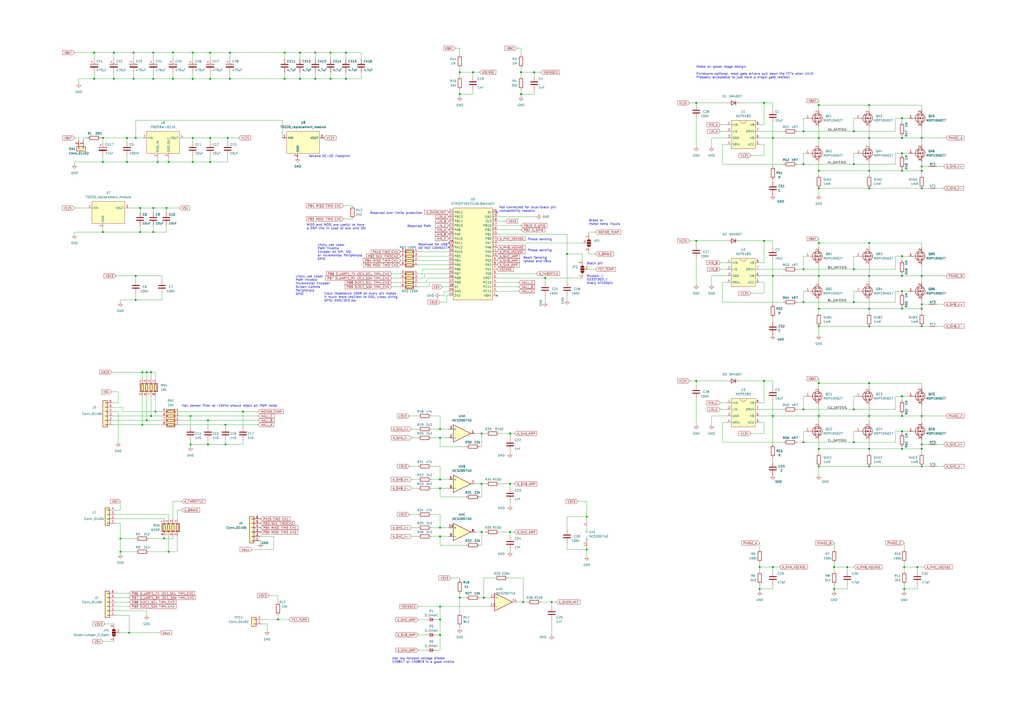
<source format=kicad_sch>
(kicad_sch (version 20211123) (generator eeschema)
  (paper "A2")
  (title_block (title "CCC_ESC_Main"))
  (junction (at 320.04 349.25))
  (junction (at 165.1 45.72))
  (junction (at 483.87 341.63))
  (junction (at 191.77 30.48))
  (junction (at 309.88 41.91))
  (junction (at 191.77 45.72))
  (junction (at 161.29 359.41))
  (junction (at 88.9 45.72))
  (junction (at 130.81 246.38))
  (junction (at 85.09 243.84))
  (junction (at 173.99 30.48))
  (junction (at 279.4 251.46))
  (junction (at 523.24 80.01))
  (junction (at 302.26 41.91))
  (junction (at 279.4 280.67))
  (junction (at 78.74 160.02))
  (junction (at 328.93 147.32))
  (junction (at 97.79 320.04))
  (junction (at 66.04 30.48))
  (junction (at 59.69 93.98))
  (junction (at 74.93 367.03))
  (junction (at 95.25 312.42))
  (junction (at 82.55 215.9))
  (junction (at 140.97 238.76))
  (junction (at 504.19 99.06))
  (junction (at 466.09 256.54))
  (junction (at 440.69 341.63))
  (junction (at 88.9 30.48))
  (junction (at 90.17 238.76))
  (junction (at 495.3 256.54))
  (junction (at 295.91 280.67))
  (junction (at 255.27 359.41))
  (junction (at 524.51 341.63))
  (junction (at 255.27 368.3))
  (junction (at 121.92 45.72))
  (junction (at 448.31 241.3))
  (junction (at 403.86 139.7))
  (junction (at 316.23 161.29))
  (junction (at 523.24 179.07))
  (junction (at 491.49 328.93))
  (junction (at 466.09 156.21))
  (junction (at 466.09 95.25))
  (junction (at 73.66 93.98))
  (junction (at 534.67 241.3))
  (junction (at 403.86 59.69))
  (junction (at 495.3 76.2))
  (junction (at 495.3 237.49))
  (junction (at 182.88 30.48))
  (junction (at 504.19 140.97))
  (junction (at 121.92 80.01))
  (junction (at 474.98 160.02))
  (junction (at 110.49 241.3))
  (junction (at 534.67 160.02))
  (junction (at 534.67 257.81))
  (junction (at 73.66 80.01))
  (junction (at 295.91 251.46))
  (junction (at 443.23 139.7))
  (junction (at 440.69 328.93))
  (junction (at 266.7 54.61))
  (junction (at 100.33 30.48))
  (junction (at 78.74 80.01))
  (junction (at 483.87 328.93))
  (junction (at 78.74 173.99))
  (junction (at 66.04 45.72))
  (junction (at 59.69 80.01))
  (junction (at 523.24 229.87))
  (junction (at 87.63 241.3))
  (junction (at 504.19 80.01))
  (junction (at 504.19 60.96))
  (junction (at 111.76 45.72))
  (junction (at 474.98 241.3))
  (junction (at 303.53 349.25))
  (junction (at 534.67 270.51))
  (junction (at 77.47 30.48))
  (junction (at 532.13 328.93))
  (junction (at 534.67 179.07))
  (junction (at 474.98 189.23))
  (junction (at 69.85 320.04))
  (junction (at 200.66 45.72))
  (junction (at 59.69 134.62))
  (junction (at 474.98 140.97))
  (junction (at 504.19 222.25))
  (junction (at 474.98 80.01))
  (junction (at 165.1 30.48))
  (junction (at 448.31 328.93))
  (junction (at 173.99 45.72))
  (junction (at 504.19 260.35))
  (junction (at 523.24 148.59))
  (junction (at 474.98 60.96))
  (junction (at 87.63 215.9))
  (junction (at 443.23 59.69))
  (junction (at 132.08 80.01))
  (junction (at 133.35 45.72))
  (junction (at 474.98 179.07))
  (junction (at 534.67 176.53))
  (junction (at 111.76 80.01))
  (junction (at 81.28 134.62))
  (junction (at 474.98 109.22))
  (junction (at 523.24 260.35))
  (junction (at 534.67 99.06))
  (junction (at 88.9 120.65))
  (junction (at 130.81 257.81))
  (junction (at 110.49 257.81))
  (junction (at 85.09 215.9))
  (junction (at 474.98 270.51))
  (junction (at 121.92 30.48))
  (junction (at 466.09 76.2))
  (junction (at 54.61 30.48))
  (junction (at 534.67 80.01))
  (junction (at 495.3 156.21))
  (junction (at 523.24 99.06))
  (junction (at 474.98 222.25))
  (junction (at 100.33 45.72))
  (junction (at 266.7 41.91))
  (junction (at 280.67 346.71))
  (junction (at 466.09 237.49))
  (junction (at 255.27 283.21))
  (junction (at 504.19 189.23))
  (junction (at 255.27 254))
  (junction (at 474.98 260.35))
  (junction (at 120.65 243.84))
  (junction (at 274.32 41.91))
  (junction (at 255.27 311.15))
  (junction (at 474.98 99.06))
  (junction (at 255.27 306.07))
  (junction (at 534.67 96.52))
  (junction (at 96.52 120.65))
  (junction (at 77.47 45.72))
  (junction (at 111.76 30.48))
  (junction (at 255.27 351.79))
  (junction (at 54.61 45.72))
  (junction (at 340.36 318.77))
  (junction (at 523.24 241.3))
  (junction (at 534.67 260.35))
  (junction (at 523.24 250.19))
  (junction (at 504.19 160.02))
  (junction (at 69.85 312.42))
  (junction (at 255.27 278.13))
  (junction (at 255.27 248.92))
  (junction (at 504.19 109.22))
  (junction (at 200.66 30.48))
  (junction (at 82.55 246.38))
  (junction (at 279.4 308.61))
  (junction (at 495.3 95.25))
  (junction (at 182.88 45.72))
  (junction (at 111.76 93.98))
  (junction (at 302.26 54.61))
  (junction (at 524.51 328.93))
  (junction (at 121.92 93.98))
  (junction (at 523.24 160.02))
  (junction (at 91.44 93.98))
  (junction (at 466.09 175.26))
  (junction (at 88.9 134.62))
  (junction (at 266.7 346.71))
  (junction (at 97.79 93.98))
  (junction (at 495.3 175.26))
  (junction (at 403.86 220.98))
  (junction (at 448.31 160.02))
  (junction (at 81.28 120.65))
  (junction (at 448.31 80.01))
  (junction (at 295.91 308.61))
  (junction (at 504.19 241.3))
  (junction (at 340.36 299.72))
  (junction (at 443.23 220.98))
  (junction (at 523.24 168.91))
  (junction (at 523.24 68.58))
  (junction (at 534.67 189.23))
  (junction (at 120.65 257.81))
  (junction (at 504.19 270.51))
  (junction (at 133.35 30.48))
  (junction (at 534.67 109.22))
  (junction (at 523.24 88.9))
  (junction (at 504.19 179.07))
  (no_connect (at 288.29 171.45))
  (no_connect (at 288.29 123.19))
  (no_connect (at 260.35 140.97))
  (no_connect (at 260.35 143.51))
  (wire (pts (xy 495.3 168.91) (xy 495.3 175.26)))
  (wire (pts (xy 523.24 240.03) (xy 523.24 241.3)))
  (wire (pts (xy 309.88 41.91) (xy 313.69 41.91)))
  (wire (pts (xy 102.87 311.15) (xy 102.87 320.04)))
  (wire (pts (xy 140.97 257.81) (xy 130.81 257.81)))
  (wire (pts (xy 440.69 245.11) (xy 443.23 245.11)))
  (wire (pts (xy 300.99 166.37) (xy 288.29 166.37)))
  (wire (pts (xy 495.3 76.2) (xy 519.43 76.2)))
  (wire (pts (xy 299.72 349.25) (xy 303.53 349.25)))
  (wire (pts (xy 250.19 283.21) (xy 255.27 283.21)))
  (wire (pts (xy 523.24 177.8) (xy 523.24 179.07)))
  (wire (pts (xy 448.31 265.43) (xy 448.31 267.97)))
  (wire (pts (xy 73.66 90.17) (xy 73.66 93.98)))
  (wire (pts (xy 266.7 52.07) (xy 266.7 54.61)))
  (wire (pts (xy 69.85 290.83) (xy 69.85 295.91)))
  (wire (pts (xy 255.27 278.13) (xy 260.35 278.13)))
  (wire (pts (xy 287.02 335.28) (xy 280.67 335.28)))
  (wire (pts (xy 440.69 241.3) (xy 448.31 241.3)))
  (wire (pts (xy 483.87 314.96) (xy 483.87 318.77)))
  (wire (pts (xy 255.27 359.41) (xy 252.73 359.41)))
  (wire (pts (xy 151.13 311.15) (xy 158.75 311.15)))
  (wire (pts (xy 121.92 90.17) (xy 121.92 93.98)))
  (wire (pts (xy 328.93 147.32) (xy 337.82 147.32)))
  (wire (pts (xy 491.49 328.93) (xy 491.49 331.47)))
  (wire (pts (xy 130.81 246.38) (xy 149.86 246.38)))
  (wire (pts (xy 474.98 270.51) (xy 504.19 270.51)))
  (wire (pts (xy 257.81 168.91) (xy 257.81 171.45)))
  (wire (pts (xy 419.1 95.25) (xy 454.66 95.25)))
  (wire (pts (xy 448.31 63.5) (xy 448.31 59.69)))
  (wire (pts (xy 519.43 250.19) (xy 523.24 250.19)))
  (wire (pts (xy 543.56 257.81) (xy 547.37 257.81)))
  (wire (pts (xy 295.91 293.37) (xy 295.91 290.83)))
  (wire (pts (xy 250.19 298.45) (xy 255.27 298.45)))
  (wire (pts (xy 495.3 156.21) (xy 466.09 156.21)))
  (wire (pts (xy 474.98 222.25) (xy 474.98 224.79)))
  (wire (pts (xy 66.04 45.72) (xy 77.47 45.72)))
  (wire (pts (xy 440.69 328.93) (xy 440.69 331.47)))
  (wire (pts (xy 328.93 171.45) (xy 328.93 173.99)))
  (wire (pts (xy 85.09 354.33) (xy 85.09 356.87)))
  (wire (pts (xy 534.67 140.97) (xy 534.67 143.51)))
  (wire (pts (xy 435.61 251.46) (xy 443.23 251.46)))
  (wire (pts (xy 466.09 88.9) (xy 466.09 95.25)))
  (wire (pts (xy 259.08 171.45) (xy 260.35 171.45)))
  (wire (pts (xy 133.35 30.48) (xy 133.35 34.29)))
  (wire (pts (xy 440.69 76.2) (xy 454.66 76.2)))
  (wire (pts (xy 78.74 160.02) (xy 93.98 160.02)))
  (wire (pts (xy 474.98 109.22) (xy 504.19 109.22)))
  (wire (pts (xy 78.74 160.02) (xy 78.74 162.56)))
  (wire (pts (xy 270.51 288.29) (xy 255.27 288.29)))
  (wire (pts (xy 523.24 99.06) (xy 534.67 99.06)))
  (wire (pts (xy 90.17 238.76) (xy 93.98 238.76)))
  (wire (pts (xy 543.56 189.23) (xy 547.37 189.23)))
  (wire (pts (xy 111.76 45.72) (xy 121.92 45.72)))
  (wire (pts (xy 403.86 68.58) (xy 403.86 85.09)))
  (wire (pts (xy 96.52 120.65) (xy 96.52 123.19)))
  (wire (pts (xy 466.09 250.19) (xy 466.09 256.54)))
  (wire (pts (xy 152.4 359.41) (xy 161.29 359.41)))
  (wire (pts (xy 255.27 283.21) (xy 260.35 283.21)))
  (wire (pts (xy 130.81 255.27) (xy 130.81 257.81)))
  (wire (pts (xy 87.63 215.9) (xy 90.17 215.9)))
  (wire (pts (xy 250.19 278.13) (xy 255.27 278.13)))
  (wire (pts (xy 417.83 152.4) (xy 421.64 152.4)))
  (wire (pts (xy 104.14 246.38) (xy 130.81 246.38)))
  (wire (pts (xy 534.67 153.67) (xy 534.67 160.02)))
  (wire (pts (xy 504.19 189.23) (xy 534.67 189.23)))
  (wire (pts (xy 111.76 80.01) (xy 121.92 80.01)))
  (wire (pts (xy 255.27 288.29) (xy 255.27 283.21)))
  (wire (pts (xy 328.93 318.77) (xy 340.36 318.77)))
  (wire (pts (xy 111.76 30.48) (xy 121.92 30.48)))
  (wire (pts (xy 495.3 68.58) (xy 496.57 68.58)))
  (wire (pts (xy 328.93 307.34) (xy 328.93 299.72)))
  (wire (pts (xy 209.55 30.48) (xy 209.55 34.29)))
  (wire (pts (xy 474.98 270.51) (xy 474.98 275.59)))
  (wire (pts (xy 440.69 80.01) (xy 448.31 80.01)))
  (wire (pts (xy 238.76 278.13) (xy 242.57 278.13)))
  (wire (pts (xy 547.37 109.22) (xy 543.56 109.22)))
  (wire (pts (xy 534.67 176.53) (xy 538.48 176.53)))
  (wire (pts (xy 58.42 80.01) (xy 59.69 80.01)))
  (wire (pts (xy 288.29 125.73) (xy 311.15 125.73)))
  (wire (pts (xy 165.1 30.48) (xy 173.99 30.48)))
  (wire (pts (xy 523.24 250.19) (xy 523.24 251.46)))
  (wire (pts (xy 534.67 160.02) (xy 534.67 163.83)))
  (wire (pts (xy 523.24 68.58) (xy 523.24 71.12)))
  (wire (pts (xy 504.19 241.3) (xy 523.24 241.3)))
  (wire (pts (xy 440.69 152.4) (xy 443.23 152.4)))
  (wire (pts (xy 87.63 215.9) (xy 87.63 219.71)))
  (wire (pts (xy 43.18 120.65) (xy 50.8 120.65)))
  (wire (pts (xy 266.7 346.71) (xy 266.7 355.6)))
  (wire (pts (xy 474.98 160.02) (xy 504.19 160.02)))
  (wire (pts (xy 448.31 71.12) (xy 448.31 80.01)))
  (wire (pts (xy 242.57 151.13) (xy 260.35 151.13)))
  (wire (pts (xy 102.87 295.91) (xy 102.87 300.99)))
  (wire (pts (xy 278.13 346.71) (xy 280.67 346.71)))
  (wire (pts (xy 59.69 134.62) (xy 59.69 132.08)))
  (wire (pts (xy 523.24 241.3) (xy 534.67 241.3)))
  (wire (pts (xy 504.19 73.66) (xy 504.19 80.01)))
  (wire (pts (xy 60.96 361.95) (xy 66.04 361.95)))
  (wire (pts (xy 448.31 241.3) (xy 448.31 257.81)))
  (wire (pts (xy 300.99 168.91) (xy 288.29 168.91)))
  (wire (pts (xy 519.43 95.25) (xy 495.3 95.25)))
  (wire (pts (xy 288.29 140.97) (xy 337.82 140.97)))
  (wire (pts (xy 403.86 139.7) (xy 421.64 139.7)))
  (wire (pts (xy 279.4 316.23) (xy 279.4 308.61)))
  (wire (pts (xy 440.69 163.83) (xy 443.23 163.83)))
  (wire (pts (xy 474.98 99.06) (xy 504.19 99.06)))
  (wire (pts (xy 250.19 241.3) (xy 255.27 241.3)))
  (wire (pts (xy 534.67 80.01) (xy 548.64 80.01)))
  (wire (pts (xy 504.19 173.99) (xy 504.19 179.07)))
  (wire (pts (xy 191.77 30.48) (xy 191.77 34.29)))
  (wire (pts (xy 504.19 80.01) (xy 523.24 80.01)))
  (wire (pts (xy 266.7 41.91) (xy 266.7 44.45)))
  (wire (pts (xy 66.04 233.68) (xy 68.58 233.68)))
  (wire (pts (xy 523.24 97.79) (xy 523.24 99.06)))
  (wire (pts (xy 534.67 160.02) (xy 548.64 160.02)))
  (wire (pts (xy 523.24 179.07) (xy 534.67 179.07)))
  (wire (pts (xy 132.08 80.01) (xy 138.43 80.01)))
  (wire (pts (xy 200.66 30.48) (xy 200.66 34.29)))
  (wire (pts (xy 100.33 41.91) (xy 100.33 45.72)))
  (wire (pts (xy 73.66 80.01) (xy 78.74 80.01)))
  (wire (pts (xy 256.54 166.37) (xy 260.35 166.37)))
  (wire (pts (xy 255.27 377.19) (xy 252.73 377.19)))
  (wire (pts (xy 77.47 45.72) (xy 88.9 45.72)))
  (wire (pts (xy 523.24 160.02) (xy 534.67 160.02)))
  (wire (pts (xy 104.14 243.84) (xy 120.65 243.84)))
  (wire (pts (xy 248.92 163.83) (xy 248.92 166.37)))
  (wire (pts (xy 524.51 328.93) (xy 524.51 331.47)))
  (wire (pts (xy 67.31 300.99) (xy 95.25 300.99)))
  (wire (pts (xy 237.49 241.3) (xy 242.57 241.3)))
  (wire (pts (xy 519.43 88.9) (xy 519.43 95.25)))
  (wire (pts (xy 302.26 41.91) (xy 302.26 44.45)))
  (wire (pts (xy 474.98 60.96) (xy 474.98 63.5)))
  (wire (pts (xy 82.55 246.38) (xy 93.98 246.38)))
  (wire (pts (xy 440.69 233.68) (xy 443.23 233.68)))
  (wire (pts (xy 466.09 88.9) (xy 467.36 88.9)))
  (wire (pts (xy 483.87 328.93) (xy 491.49 328.93)))
  (wire (pts (xy 534.67 99.06) (xy 534.67 101.6)))
  (wire (pts (xy 85.09 229.87) (xy 85.09 243.84)))
  (wire (pts (xy 43.18 95.25) (xy 43.18 93.98)))
  (wire (pts (xy 303.53 349.25) (xy 306.07 349.25)))
  (wire (pts (xy 328.93 314.96) (xy 328.93 318.77)))
  (wire (pts (xy 419.1 245.11) (xy 421.64 245.11)))
  (wire (pts (xy 466.09 148.59) (xy 466.09 156.21)))
  (wire (pts (xy 320.04 349.25) (xy 320.04 351.79)))
  (wire (pts (xy 69.85 312.42) (xy 69.85 320.04)))
  (wire (pts (xy 85.09 243.84) (xy 93.98 243.84)))
  (wire (pts (xy 59.69 90.17) (xy 59.69 93.98)))
  (wire (pts (xy 165.1 45.72) (xy 173.99 45.72)))
  (wire (pts (xy 81.28 120.65) (xy 88.9 120.65)))
  (wire (pts (xy 523.24 148.59) (xy 527.05 148.59)))
  (wire (pts (xy 504.19 179.07) (xy 523.24 179.07)))
  (wire (pts (xy 491.49 341.63) (xy 483.87 341.63)))
  (wire (pts (xy 340.36 290.83) (xy 340.36 299.72)))
  (wire (pts (xy 341.63 146.05) (xy 341.63 147.32)))
  (wire (pts (xy 266.7 54.61) (xy 266.7 55.88)))
  (wire (pts (xy 462.28 256.54) (xy 466.09 256.54)))
  (wire (pts (xy 534.67 93.98) (xy 534.67 96.52)))
  (wire (pts (xy 279.4 251.46) (xy 281.94 251.46)))
  (wire (pts (xy 227.33 163.83) (xy 232.41 163.83)))
  (wire (pts (xy 43.18 30.48) (xy 54.61 30.48)))
  (wire (pts (xy 78.74 170.18) (xy 78.74 173.99)))
  (wire (pts (xy 86.36 312.42) (xy 95.25 312.42)))
  (wire (pts (xy 495.3 156.21) (xy 519.43 156.21)))
  (wire (pts (xy 280.67 335.28) (xy 280.67 346.71)))
  (wire (pts (xy 417.83 76.2) (xy 421.64 76.2)))
  (wire (pts (xy 121.92 80.01) (xy 121.92 82.55)))
  (wire (pts (xy 182.88 30.48) (xy 191.77 30.48)))
  (wire (pts (xy 81.28 130.81) (xy 81.28 134.62)))
  (wire (pts (xy 161.29 359.41) (xy 167.64 359.41)))
  (wire (pts (xy 523.24 260.35) (xy 534.67 260.35)))
  (wire (pts (xy 255.27 359.41) (xy 255.27 368.3)))
  (wire (pts (xy 274.32 41.91) (xy 274.32 44.45)))
  (wire (pts (xy 275.59 280.67) (xy 279.4 280.67)))
  (wire (pts (xy 165.1 41.91) (xy 165.1 45.72)))
  (wire (pts (xy 67.31 346.71) (xy 74.93 346.71)))
  (wire (pts (xy 474.98 80.01) (xy 474.98 83.82)))
  (wire (pts (xy 495.3 250.19) (xy 495.3 256.54)))
  (wire (pts (xy 242.57 283.21) (xy 238.76 283.21)))
  (wire (pts (xy 132.08 80.01) (xy 132.08 82.55)))
  (wire (pts (xy 165.1 30.48) (xy 165.1 34.29)))
  (wire (pts (xy 519.43 175.26) (xy 495.3 175.26)))
  (wire (pts (xy 311.15 158.75) (xy 288.29 158.75)))
  (wire (pts (xy 419.1 83.82) (xy 419.1 95.25)))
  (wire (pts (xy 68.58 238.76) (xy 68.58 256.54)))
  (wire (pts (xy 140.97 255.27) (xy 140.97 257.81)))
  (wire (pts (xy 245.11 156.21) (xy 260.35 156.21)))
  (wire (pts (xy 74.93 120.65) (xy 81.28 120.65)))
  (wire (pts (xy 64.77 227.33) (xy 68.58 227.33)))
  (wire (pts (xy 200.66 45.72) (xy 191.77 45.72)))
  (wire (pts (xy 534.67 60.96) (xy 534.67 63.5)))
  (wire (pts (xy 435.61 90.17) (xy 443.23 90.17)))
  (wire (pts (xy 173.99 30.48) (xy 173.99 34.29)))
  (wire (pts (xy 242.57 163.83) (xy 247.65 163.83)))
  (wire (pts (xy 255.27 298.45) (xy 255.27 306.07)))
  (wire (pts (xy 121.92 30.48) (xy 121.92 34.29)))
  (wire (pts (xy 403.86 149.86) (xy 403.86 165.1)))
  (wire (pts (xy 417.83 237.49) (xy 421.64 237.49)))
  (wire (pts (xy 491.49 339.09) (xy 491.49 341.63)))
  (wire (pts (xy 67.31 356.87) (xy 74.93 356.87)))
  (wire (pts (xy 152.4 361.95) (xy 154.94 361.95)))
  (wire (pts (xy 303.53 349.25) (xy 303.53 335.28)))
  (wire (pts (xy 429.26 139.7) (xy 443.23 139.7)))
  (wire (pts (xy 100.33 311.15) (xy 100.33 312.42)))
  (wire (pts (xy 87.63 241.3) (xy 93.98 241.3)))
  (wire (pts (xy 96.52 130.81) (xy 96.52 134.62)))
  (wire (pts (xy 448.31 232.41) (xy 448.31 241.3)))
  (wire (pts (xy 88.9 30.48) (xy 100.33 30.48)))
  (wire (pts (xy 105.41 295.91) (xy 102.87 295.91)))
  (wire (pts (xy 495.3 148.59) (xy 496.57 148.59)))
  (wire (pts (xy 504.19 179.07) (xy 504.19 181.61)))
  (wire (pts (xy 495.3 88.9) (xy 496.57 88.9)))
  (wire (pts (xy 289.56 308.61) (xy 295.91 308.61)))
  (wire (pts (xy 440.69 326.39) (xy 440.69 328.93)))
  (wire (pts (xy 462.28 76.2) (xy 466.09 76.2)))
  (wire (pts (xy 295.91 283.21) (xy 295.91 280.67)))
  (wire (pts (xy 66.04 241.3) (xy 87.63 241.3)))
  (wire (pts (xy 280.67 346.71) (xy 284.48 346.71)))
  (wire (pts (xy 238.76 248.92) (xy 242.57 248.92)))
  (wire (pts (xy 67.31 160.02) (xy 78.74 160.02)))
  (wire (pts (xy 443.23 83.82) (xy 443.23 90.17)))
  (wire (pts (xy 163.83 69.85) (xy 163.83 80.01)))
  (wire (pts (xy 245.11 158.75) (xy 245.11 156.21)))
  (wire (pts (xy 341.63 134.62) (xy 341.63 135.89)))
  (wire (pts (xy 519.43 256.54) (xy 495.3 256.54)))
  (wire (pts (xy 448.31 143.51) (xy 448.31 139.7)))
  (wire (pts (xy 71.12 236.22) (xy 66.04 236.22)))
  (wire (pts (xy 523.24 229.87) (xy 527.05 229.87)))
  (wire (pts (xy 302.26 130.81) (xy 288.29 130.81)))
  (wire (pts (xy 474.98 260.35) (xy 474.98 262.89)))
  (wire (pts (xy 466.09 168.91) (xy 466.09 175.26)))
  (wire (pts (xy 534.67 255.27) (xy 534.67 257.81)))
  (wire (pts (xy 242.57 351.79) (xy 255.27 351.79)))
  (wire (pts (xy 519.43 68.58) (xy 523.24 68.58)))
  (wire (pts (xy 295.91 311.15) (xy 295.91 308.61)))
  (wire (pts (xy 250.19 248.92) (xy 255.27 248.92)))
  (wire (pts (xy 97.79 311.15) (xy 97.79 320.04)))
  (wire (pts (xy 69.85 320.04) (xy 69.85 321.31)))
  (wire (pts (xy 519.43 148.59) (xy 519.43 156.21)))
  (wire (pts (xy 242.57 377.19) (xy 247.65 377.19)))
  (wire (pts (xy 43.18 135.89) (xy 43.18 134.62)))
  (wire (pts (xy 504.19 234.95) (xy 504.19 241.3)))
  (wire (pts (xy 448.31 328.93) (xy 452.12 328.93)))
  (wire (pts (xy 448.31 184.15) (xy 448.31 186.69)))
  (wire (pts (xy 443.23 152.4) (xy 443.23 139.7)))
  (wire (pts (xy 259.08 175.26) (xy 259.08 171.45)))
  (wire (pts (xy 495.3 229.87) (xy 495.3 237.49)))
  (wire (pts (xy 448.31 224.79) (xy 448.31 220.98)))
  (wire (pts (xy 264.16 27.94) (xy 266.7 27.94)))
  (wire (pts (xy 100.33 312.42) (xy 95.25 312.42)))
  (wire (pts (xy 182.88 30.48) (xy 182.88 34.29)))
  (wire (pts (xy 440.69 83.82) (xy 443.23 83.82)))
  (wire (pts (xy 255.27 171.45) (xy 257.81 171.45)))
  (wire (pts (xy 45.72 80.01) (xy 45.72 81.28)))
  (wire (pts (xy 302.26 39.37) (xy 302.26 41.91)))
  (wire (pts (xy 104.14 238.76) (xy 140.97 238.76)))
  (wire (pts (xy 74.93 356.87) (xy 74.93 367.03)))
  (wire (pts (xy 85.09 215.9) (xy 87.63 215.9)))
  (wire (pts (xy 173.99 30.48) (xy 182.88 30.48)))
  (wire (pts (xy 421.64 160.02) (xy 412.75 160.02)))
  (wire (pts (xy 328.93 135.89) (xy 328.93 147.32)))
  (wire (pts (xy 100.33 45.72) (xy 111.76 45.72)))
  (wire (pts (xy 182.88 41.91) (xy 182.88 45.72)))
  (wire (pts (xy 534.67 179.07) (xy 534.67 181.61)))
  (wire (pts (xy 68.58 238.76) (xy 66.04 238.76)))
  (wire (pts (xy 448.31 160.02) (xy 474.98 160.02)))
  (wire (pts (xy 242.57 368.3) (xy 247.65 368.3)))
  (wire (pts (xy 443.23 163.83) (xy 443.23 170.18)))
  (wire (pts (xy 242.57 311.15) (xy 238.76 311.15)))
  (wire (pts (xy 419.1 256.54) (xy 454.66 256.54)))
  (wire (pts (xy 523.24 250.19) (xy 527.05 250.19)))
  (wire (pts (xy 532.13 339.09) (xy 532.13 341.63)))
  (wire (pts (xy 161.29 356.87) (xy 161.29 359.41)))
  (wire (pts (xy 504.19 140.97) (xy 534.67 140.97)))
  (wire (pts (xy 495.3 229.87) (xy 496.57 229.87)))
  (wire (pts (xy 443.23 233.68) (xy 443.23 220.98)))
  (wire (pts (xy 462.28 95.25) (xy 466.09 95.25)))
  (wire (pts (xy 255.27 306.07) (xy 260.35 306.07)))
  (wire (pts (xy 250.19 311.15) (xy 255.27 311.15)))
  (wire (pts (xy 227.33 158.75) (xy 232.41 158.75)))
  (wire (pts (xy 495.3 68.58) (xy 495.3 76.2)))
  (wire (pts (xy 504.19 270.51) (xy 534.67 270.51)))
  (wire (pts (xy 110.49 241.3) (xy 110.49 247.65)))
  (wire (pts (xy 504.19 93.98) (xy 504.19 99.06)))
  (wire (pts (xy 90.17 229.87) (xy 90.17 238.76)))
  (wire (pts (xy 275.59 251.46) (xy 279.4 251.46)))
  (wire (pts (xy 448.31 104.14) (xy 448.31 105.41)))
  (wire (pts (xy 120.65 243.84) (xy 120.65 247.65)))
  (wire (pts (xy 288.29 135.89) (xy 328.93 135.89)))
  (wire (pts (xy 532.13 341.63) (xy 524.51 341.63)))
  (wire (pts (xy 448.31 59.69) (xy 443.23 59.69)))
  (wire (pts (xy 43.18 134.62) (xy 59.69 134.62)))
  (wire (pts (xy 110.49 241.3) (xy 149.86 241.3)))
  (wire (pts (xy 104.14 241.3) (xy 110.49 241.3)))
  (wire (pts (xy 504.19 222.25) (xy 534.67 222.25)))
  (wire (pts (xy 316.23 161.29) (xy 337.82 161.29)))
  (wire (pts (xy 504.19 260.35) (xy 523.24 260.35)))
  (wire (pts (xy 417.83 72.39) (xy 421.64 72.39)))
  (wire (pts (xy 474.98 241.3) (xy 504.19 241.3)))
  (wire (pts (xy 523.24 168.91) (xy 523.24 170.18)))
  (wire (pts (xy 110.49 257.81) (xy 110.49 259.08)))
  (wire (pts (xy 419.1 175.26) (xy 454.66 175.26)))
  (wire (pts (xy 242.57 158.75) (xy 245.11 158.75)))
  (wire (pts (xy 519.43 148.59) (xy 523.24 148.59)))
  (wire (pts (xy 448.31 160.02) (xy 448.31 176.53)))
  (wire (pts (xy 534.67 176.53) (xy 534.67 179.07)))
  (wire (pts (xy 466.09 168.91) (xy 467.36 168.91)))
  (wire (pts (xy 302.26 54.61) (xy 302.26 55.88)))
  (wire (pts (xy 534.67 96.52) (xy 534.67 99.06)))
  (wire (pts (xy 209.55 41.91) (xy 209.55 45.72)))
  (wire (pts (xy 242.57 254) (xy 238.76 254)))
  (wire (pts (xy 266.7 27.94) (xy 266.7 31.75)))
  (wire (pts (xy 69.85 303.53) (xy 69.85 312.42)))
  (wire (pts (xy 82.55 229.87) (xy 82.55 246.38)))
  (wire (pts (xy 345.44 156.21) (xy 341.63 156.21)))
  (wire (pts (xy 448.31 341.63) (xy 440.69 341.63)))
  (wire (pts (xy 246.38 158.75) (xy 246.38 161.29)))
  (wire (pts (xy 161.29 345.44) (xy 161.29 349.25)))
  (wire (pts (xy 523.24 168.91) (xy 527.05 168.91)))
  (wire (pts (xy 274.32 52.07) (xy 274.32 54.61)))
  (wire (pts (xy 504.19 99.06) (xy 523.24 99.06)))
  (wire (pts (xy 66.04 246.38) (xy 82.55 246.38)))
  (wire (pts (xy 121.92 30.48) (xy 133.35 30.48)))
  (wire (pts (xy 534.67 173.99) (xy 534.67 176.53)))
  (wire (pts (xy 448.31 80.01) (xy 448.31 96.52)))
  (wire (pts (xy 279.4 280.67) (xy 281.94 280.67)))
  (wire (pts (xy 534.67 80.01) (xy 534.67 83.82)))
  (wire (pts (xy 93.98 170.18) (xy 93.98 173.99)))
  (wire (pts (xy 132.08 90.17) (xy 132.08 93.98)))
  (wire (pts (xy 54.61 30.48) (xy 66.04 30.48)))
  (wire (pts (xy 302.26 41.91) (xy 309.88 41.91)))
  (wire (pts (xy 519.43 229.87) (xy 523.24 229.87)))
  (wire (pts (xy 255.27 259.08) (xy 255.27 254)))
  (wire (pts (xy 278.13 259.08) (xy 279.4 259.08)))
  (wire (pts (xy 400.05 220.98) (xy 403.86 220.98)))
  (wire (pts (xy 474.98 80.01) (xy 504.19 80.01)))
  (wire (pts (xy 97.79 93.98) (xy 111.76 93.98)))
  (wire (pts (xy 474.98 173.99) (xy 474.98 179.07)))
  (wire (pts (xy 266.7 41.91) (xy 274.32 41.91)))
  (wire (pts (xy 270.51 259.08) (xy 255.27 259.08)))
  (wire (pts (xy 504.19 60.96) (xy 504.19 63.5)))
  (wire (pts (xy 295.91 262.89) (xy 295.91 261.62)))
  (wire (pts (xy 534.67 241.3) (xy 548.64 241.3)))
  (wire (pts (xy 400.05 59.69) (xy 403.86 59.69)))
  (wire (pts (xy 491.49 328.93) (xy 495.3 328.93)))
  (wire (pts (xy 474.98 189.23) (xy 504.19 189.23)))
  (wire (pts (xy 73.66 80.01) (xy 73.66 82.55)))
  (wire (pts (xy 288.29 128.27) (xy 293.37 128.27)))
  (wire (pts (xy 440.69 341.63) (xy 440.69 342.9)))
  (wire (pts (xy 412.75 160.02) (xy 412.75 165.1)))
  (wire (pts (xy 250.19 254) (xy 255.27 254)))
  (wire (pts (xy 440.69 156.21) (xy 454.66 156.21)))
  (wire (pts (xy 523.24 259.08) (xy 523.24 260.35)))
  (wire (pts (xy 467.36 229.87) (xy 466.09 229.87)))
  (wire (pts (xy 504.19 109.22) (xy 534.67 109.22)))
  (wire (pts (xy 54.61 45.72) (xy 66.04 45.72)))
  (wire (pts (xy 69.85 367.03) (xy 74.93 367.03)))
  (wire (pts (xy 448.31 328.93) (xy 448.31 331.47)))
  (wire (pts (xy 448.31 151.13) (xy 448.31 160.02)))
  (wire (pts (xy 474.98 138.43) (xy 474.98 140.97)))
  (wire (pts (xy 110.49 257.81) (xy 110.49 255.27)))
  (wire (pts (xy 462.28 237.49) (xy 466.09 237.49)))
  (wire (pts (xy 191.77 45.72) (xy 182.88 45.72)))
  (wire (pts (xy 300.99 163.83) (xy 288.29 163.83)))
  (wire (pts (xy 247.65 163.83) (xy 247.65 161.29)))
  (wire (pts (xy 403.86 59.69) (xy 421.64 59.69)))
  (wire (pts (xy 474.98 241.3) (xy 474.98 245.11)))
  (wire (pts (xy 534.67 260.35) (xy 534.67 262.89)))
  (wire (pts (xy 100.33 290.83) (xy 100.33 300.99)))
  (wire (pts (xy 82.55 215.9) (xy 82.55 219.71)))
  (wire (pts (xy 483.87 339.09) (xy 483.87 341.63)))
  (wire (pts (xy 474.98 160.02) (xy 474.98 163.83)))
  (wire (pts (xy 54.61 41.91) (xy 54.61 45.72)))
  (wire (pts (xy 158.75 318.77) (xy 158.75 311.15)))
  (wire (pts (xy 534.67 270.51) (xy 538.48 270.51)))
  (wire (pts (xy 474.98 234.95) (xy 474.98 241.3)))
  (wire (pts (xy 85.09 215.9) (xy 85.09 219.71)))
  (wire (pts (xy 419.1 163.83) (xy 421.64 163.83)))
  (wire (pts (xy 412.75 80.01) (xy 412.75 85.09)))
  (wire (pts (xy 66.04 243.84) (xy 85.09 243.84)))
  (wire (pts (xy 504.19 140.97) (xy 504.19 143.51)))
  (wire (pts (xy 440.69 328.93) (xy 448.31 328.93)))
  (wire (pts (xy 345.44 134.62) (xy 341.63 134.62)))
  (wire (pts (xy 412.75 241.3) (xy 412.75 246.38)))
  (wire (pts (xy 242.57 153.67) (xy 260.35 153.67)))
  (wire (pts (xy 77.47 30.48) (xy 88.9 30.48)))
  (wire (pts (xy 74.93 367.03) (xy 92.71 367.03)))
  (wire (pts (xy 328.93 299.72) (xy 340.36 299.72)))
  (wire (pts (xy 88.9 120.65) (xy 96.52 120.65)))
  (wire (pts (xy 504.19 160.02) (xy 523.24 160.02)))
  (wire (pts (xy 504.19 160.02) (xy 504.19 163.83)))
  (wire (pts (xy 242.57 148.59) (xy 260.35 148.59)))
  (wire (pts (xy 199.39 119.38) (xy 204.47 119.38)))
  (wire (pts (xy 448.31 139.7) (xy 443.23 139.7)))
  (wire (pts (xy 66.04 41.91) (xy 66.04 45.72)))
  (wire (pts (xy 474.98 109.22) (xy 474.98 113.03)))
  (wire (pts (xy 274.32 54.61) (xy 266.7 54.61)))
  (wire (pts (xy 250.19 270.51) (xy 255.27 270.51)))
  (wire (pts (xy 467.36 148.59) (xy 466.09 148.59)))
  (wire (pts (xy 519.43 229.87) (xy 519.43 237.49)))
  (wire (pts (xy 88.9 134.62) (xy 81.28 134.62)))
  (wire (pts (xy 504.19 222.25) (xy 504.19 224.79)))
  (wire (pts (xy 543.56 96.52) (xy 547.37 96.52)))
  (wire (pts (xy 474.98 179.07) (xy 474.98 181.61)))
  (wire (pts (xy 504.19 255.27) (xy 504.19 260.35)))
  (wire (pts (xy 87.63 229.87) (xy 87.63 241.3)))
  (wire (pts (xy 467.36 68.58) (xy 466.09 68.58)))
  (wire (pts (xy 86.36 320.04) (xy 97.79 320.04)))
  (wire (pts (xy 483.87 341.63) (xy 483.87 342.9)))
  (wire (pts (xy 96.52 134.62) (xy 88.9 134.62)))
  (wire (pts (xy 242.57 146.05) (xy 260.35 146.05)))
  (wire (pts (xy 474.98 99.06) (xy 474.98 101.6)))
  (wire (pts (xy 295.91 251.46) (xy 298.45 251.46)))
  (wire (pts (xy 274.32 41.91) (xy 278.13 41.91)))
  (wire (pts (xy 519.43 68.58) (xy 519.43 76.2)))
  (wire (pts (xy 78.74 173.99) (xy 93.98 173.99)))
  (wire (pts (xy 173.99 41.91) (xy 173.99 45.72)))
  (wire (pts (xy 100.33 30.48) (xy 100.33 34.29)))
  (wire (pts (xy 260.35 168.91) (xy 257.81 168.91)))
  (wire (pts (xy 97.79 300.99) (xy 97.79 298.45)))
  (wire (pts (xy 519.43 250.19) (xy 519.43 256.54)))
  (wire (pts (xy 340.36 318.77) (xy 340.36 322.58)))
  (wire (pts (xy 524.51 326.39) (xy 524.51 328.93)))
  (wire (pts (xy 266.7 344.17) (xy 266.7 346.71)))
  (wire (pts (xy 523.24 78.74) (xy 523.24 80.01)))
  (wire (pts (xy 288.29 161.29) (xy 316.23 161.29)))
  (wire (pts (xy 340.36 299.72) (xy 340.36 302.26)))
  (wire (pts (xy 462.28 156.21) (xy 466.09 156.21)))
  (wire (pts (xy 82.55 215.9) (xy 85.09 215.9)))
  (wire (pts (xy 69.85 320.04) (xy 78.74 320.04)))
  (wire (pts (xy 275.59 308.61) (xy 279.4 308.61)))
  (wire (pts (xy 302.26 133.35) (xy 288.29 133.35)))
  (wire (pts (xy 443.23 72.39) (xy 443.23 59.69)))
  (wire (pts (xy 91.44 93.98) (xy 97.79 93.98)))
  (wire (pts (xy 524.51 341.63) (xy 524.51 342.9)))
  (wire (pts (xy 466.09 229.87) (xy 466.09 237.49)))
  (wire (pts (xy 429.26 59.69) (xy 443.23 59.69)))
  (wire (pts (xy 71.12 238.76) (xy 71.12 236.22)))
  (wire (pts (xy 524.51 339.09) (xy 524.51 341.63)))
  (wire (pts (xy 335.28 290.83) (xy 340.36 290.83)))
  (wire (pts (xy 403.86 220.98) (xy 421.64 220.98)))
  (wire (pts (xy 474.98 58.42) (xy 474.98 60.96)))
  (wire (pts (xy 443.23 245.11) (xy 443.23 251.46)))
  (wire (pts (xy 466.09 68.58) (xy 466.09 76.2)))
  (wire (pts (xy 261.62 335.28) (xy 266.7 335.28)))
  (wire (pts (xy 295.91 280.67) (xy 298.45 280.67)))
  (wire (pts (xy 88.9 41.91) (xy 88.9 45.72)))
  (wire (pts (xy 88.9 120.65) (xy 88.9 123.19)))
  (wire (pts (xy 71.12 238.76) (xy 90.17 238.76)))
  (wire (pts (xy 534.67 189.23) (xy 538.48 189.23)))
  (wire (pts (xy 309.88 54.61) (xy 302.26 54.61)))
  (wire (pts (xy 417.83 233.68) (xy 421.64 233.68)))
  (wire (pts (xy 495.3 175.26) (xy 466.09 175.26)))
  (wire (pts (xy 67.31 349.25) (xy 74.93 349.25)))
  (wire (pts (xy 474.98 179.07) (xy 504.19 179.07)))
  (wire (pts (xy 54.61 45.72) (xy 45.72 45.72)))
  (wire (pts (xy 462.28 175.26) (xy 466.09 175.26)))
  (wire (pts (xy 111.76 80.01) (xy 111.76 82.55)))
  (wire (pts (xy 400.05 139.7) (xy 403.86 139.7)))
  (wire (pts (xy 313.69 349.25) (xy 320.04 349.25)))
  (wire (pts (xy 200.66 30.48) (xy 209.55 30.48)))
  (wire (pts (xy 523.24 88.9) (xy 527.05 88.9)))
  (wire (pts (xy 504.19 153.67) (xy 504.19 160.02)))
  (wire (pts (xy 191.77 30.48) (xy 200.66 30.48)))
  (wire (pts (xy 429.26 220.98) (xy 443.23 220.98)))
  (wire (pts (xy 278.13 288.29) (xy 279.4 288.29)))
  (wire (pts (xy 316.23 171.45) (xy 316.23 175.26)))
  (wire (pts (xy 495.3 88.9) (xy 495.3 95.25)))
  (wire (pts (xy 154.94 361.95) (xy 154.94 365.76)))
  (wire (pts (xy 495.3 237.49) (xy 519.43 237.49)))
  (wire (pts (xy 130.81 246.38) (xy 130.81 247.65)))
  (wire (pts (xy 295.91 254) (xy 295.91 251.46)))
  (wire (pts (xy 278.13 316.23) (xy 279.4 316.23)))
  (wire (pts (xy 200.66 41.91) (xy 200.66 45.72)))
  (wire (pts (xy 495.3 237.49) (xy 466.09 237.49)))
  (wire (pts (xy 93.98 160.02) (xy 93.98 162.56)))
  (wire (pts (xy 88.9 30.48) (xy 88.9 34.29)))
  (wire (pts (xy 88.9 130.81) (xy 88.9 134.62)))
  (wire (pts (xy 78.74 69.85) (xy 78.74 80.01)))
  (wire (pts (xy 120.65 243.84) (xy 149.86 243.84)))
  (wire (pts (xy 474.98 93.98) (xy 474.98 99.06)))
  (wire (pts (xy 474.98 255.27) (xy 474.98 260.35)))
  (wire (pts (xy 100.33 30.48) (xy 111.76 30.48)))
  (wire (pts (xy 448.31 339.09) (xy 448.31 341.63)))
  (wire (pts (xy 100.33 290.83) (xy 105.41 290.83)))
  (wire (pts (xy 303.53 335.28) (xy 294.64 335.28)))
  (wire (pts (xy 474.98 73.66) (xy 474.98 80.01)))
  (wire (pts (xy 440.69 160.02) (xy 448.31 160.02)))
  (wire (pts (xy 279.4 288.29) (xy 279.4 280.67)))
  (wire (pts (xy 43.18 93.98) (xy 59.69 93.98)))
  (wire (pts (xy 133.35 30.48) (xy 165.1 30.48)))
  (wire (pts (xy 534.67 241.3) (xy 534.67 245.11)))
  (wire (pts (xy 111.76 90.17) (xy 111.76 93.98)))
  (wire (pts (xy 120.65 255.27) (xy 120.65 257.81)))
  (wire (pts (xy 140.97 238.76) (xy 140.97 247.65)))
  (wire (pts (xy 266.7 39.37) (xy 266.7 41.91)))
  (wire (pts (xy 200.66 45.72) (xy 209.55 45.72)))
  (wire (pts (xy 289.56 280.67) (xy 295.91 280.67)))
  (wire (pts (xy 474.98 140.97) (xy 474.98 143.51)))
  (wire (pts (xy 295.91 320.04) (xy 295.91 318.77)))
  (wire (pts (xy 320.04 359.41) (xy 320.04 368.3)))
  (wire (pts (xy 199.39 127) (xy 204.47 127)))
  (wire (pts (xy 309.88 52.07) (xy 309.88 54.61)))
  (wire (pts (xy 59.69 134.62) (xy 81.28 134.62)))
  (wire (pts (xy 495.3 95.25) (xy 466.09 95.25)))
  (wire (pts (xy 237.49 270.51) (xy 242.57 270.51)))
  (wire (pts (xy 59.69 80.01) (xy 73.66 80.01)))
  (wire (pts (xy 266.7 363.22) (xy 266.7 364.49)))
  (wire (pts (xy 95.25 311.15) (xy 95.25 312.42)))
  (wire (pts (xy 121.92 93.98) (xy 132.08 93.98)))
  (wire (pts (xy 227.33 166.37) (xy 232.41 166.37)))
  (wire (pts (xy 523.24 68.58) (xy 527.05 68.58)))
  (wire (pts (xy 320.04 349.25) (xy 322.58 349.25)))
  (wire (pts (xy 81.28 120.65) (xy 81.28 123.19)))
  (wire (pts (xy 64.77 215.9) (xy 82.55 215.9)))
  (wire (pts (xy 534.67 257.81) (xy 538.48 257.81)))
  (wire (pts (xy 504.19 60.96) (xy 534.67 60.96)))
  (wire (pts (xy 242.57 166.37) (xy 248.92 166.37)))
  (wire (pts (xy 435.61 170.18) (xy 443.23 170.18)))
  (wire (pts (xy 309.88 41.91) (xy 309.88 44.45)))
  (wire (pts (xy 255.27 254) (xy 260.35 254)))
  (wire (pts (xy 67.31 344.17) (xy 74.93 344.17)))
  (wire (pts (xy 111.76 30.48) (xy 111.76 34.29)))
  (wire (pts (xy 532.13 328.93) (xy 532.13 331.47)))
  (wire (pts (xy 270.51 316.23) (xy 255.27 316.23)))
  (wire (pts (xy 440.69 72.39) (xy 443.23 72.39)))
  (wire (pts (xy 504.19 260.35) (xy 504.19 262.89)))
  (wire (pts (xy 495.3 256.54) (xy 466.09 256.54)))
  (wire (pts (xy 242.57 359.41) (xy 247.65 359.41)))
  (wire (pts (xy 523.24 88.9) (xy 523.24 90.17)))
  (wire (pts (xy 345.44 147.32) (xy 341.63 147.32)))
  (wire (pts (xy 440.69 314.96) (xy 440.69 318.77)))
  (wire (pts (xy 421.64 241.3) (xy 412.75 241.3)))
  (wire (pts (xy 96.52 120.65) (xy 104.14 120.65)))
  (wire (pts (xy 67.31 303.53) (xy 69.85 303.53)))
  (wire (pts (xy 266.7 346.71) (xy 270.51 346.71)))
  (wire (pts (xy 474.98 189.23) (xy 474.98 194.31)))
  (wire (pts (xy 90.17 215.9) (xy 90.17 219.71)))
  (wire (pts (xy 255.27 175.26) (xy 259.08 175.26)))
  (wire (pts (xy 237.49 298.45) (xy 242.57 298.45)))
  (wire (pts (xy 532.13 328.93) (xy 535.94 328.93)))
  (wire (pts (xy 440.69 237.49) (xy 454.66 237.49)))
  (wire (pts (xy 403.86 139.7) (xy 403.86 142.24)))
  (wire (pts (xy 97.79 298.45) (xy 67.31 298.45)))
  (wire (pts (xy 133.35 45.72) (xy 165.1 45.72)))
  (wire (pts (xy 255.27 368.3) (xy 255.27 377.19)))
  (wire (pts (xy 106.68 80.01) (xy 111.76 80.01)))
  (wire (pts (xy 146.05 318.77) (xy 158.75 318.77)))
  (wire (pts (xy 419.1 175.26) (xy 419.1 163.83)))
  (wire (pts (xy 45.72 45.72) (xy 45.72 48.26)))
  (wire (pts (xy 67.31 354.33) (xy 85.09 354.33)))
  (wire (pts (xy 328.93 147.32) (xy 328.93 163.83)))
  (wire (pts (xy 66.04 30.48) (xy 77.47 30.48)))
  (wire (pts (xy 255.27 368.3) (xy 252.73 368.3)))
  (wire (pts (xy 140.97 238.76) (xy 149.86 238.76)))
  (wire (pts (xy 91.44 91.44) (xy 91.44 93.98)))
  (wire (pts (xy 419.1 83.82) (xy 421.64 83.82)))
  (wire (pts (xy 67.31 295.91) (xy 69.85 295.91)))
  (wire (pts (xy 495.3 250.19) (xy 496.57 250.19)))
  (wire (pts (xy 534.67 109.22) (xy 538.48 109.22)))
  (wire (pts (xy 504.19 99.06) (xy 504.19 101.6)))
  (wire (pts (xy 121.92 45.72) (xy 133.35 45.72)))
  (wire (pts (xy 302.26 52.07) (xy 302.26 54.61)))
  (wire (pts (xy 66.04 30.48) (xy 66.04 34.29)))
  (wire (pts (xy 534.67 234.95) (xy 534.67 241.3)))
  (wire (pts (xy 448.31 220.98) (xy 443.23 220.98)))
  (wire (pts (xy 69.85 173.99) (xy 78.74 173.99)))
  (wire (pts (xy 448.31 241.3) (xy 474.98 241.3)))
  (wire (pts (xy 151.13 314.96) (xy 151.13 313.69)))
  (wire (pts (xy 173.99 45.72) (xy 182.88 45.72)))
  (wire (pts (xy 97.79 320.04) (xy 102.87 320.04)))
  (wire (pts (xy 111.76 93.98) (xy 121.92 93.98)))
  (wire (pts (xy 77.47 30.48) (xy 77.47 34.29)))
  (wire (pts (xy 495.3 168.91) (xy 496.57 168.91)))
  (wire (pts (xy 248.92 163.83) (xy 260.35 163.83)))
  (wire (pts (xy 68.58 227.33) (xy 68.58 233.68)))
  (wire (pts (xy 495.3 148.59) (xy 495.3 156.21)))
  (wire (pts (xy 111.76 41.91) (xy 111.76 45.72)))
  (wire (pts (xy 483.87 326.39) (xy 483.87 328.93)))
  (wire (pts (xy 523.24 148.59) (xy 523.24 151.13)))
  (wire (pts (xy 59.69 80.01) (xy 59.69 82.55)))
  (wire (pts (xy 78.74 80.01) (xy 82.55 80.01)))
  (wire (pts (xy 340.36 317.5) (xy 340.36 318.77)))
  (wire (pts (xy 279.4 308.61) (xy 281.94 308.61)))
  (wire (pts (xy 247.65 161.29) (xy 260.35 161.29)))
  (wire (pts (xy 543.56 176.53) (xy 547.37 176.53)))
  (wire (pts (xy 255.27 316.23) (xy 255.27 311.15)))
  (wire (pts (xy 59.69 372.11) (xy 66.04 372.11)))
  (wire (pts (xy 69.85 173.99) (xy 69.85 175.26)))
  (wire (pts (xy 523.24 229.87) (xy 523.24 232.41)))
  (wire (pts (xy 403.86 220.98) (xy 403.86 223.52)))
  (wire (pts (xy 302.26 27.94) (xy 302.26 31.75)))
  (wire (pts (xy 534.67 73.66) (xy 534.67 80.01)))
  (wire (pts (xy 246.38 158.75) (xy 260.35 158.75)))
  (wire (pts (xy 279.4 259.08) (xy 279.4 251.46)))
  (wire (pts (xy 255.27 270.51) (xy 255.27 278.13)))
  (wire (pts (xy 156.21 345.44) (xy 161.29 345.44)))
  (wire (pts (xy 504.19 241.3) (xy 504.19 245.11)))
  (wire (pts (xy 48.26 81.28) (xy 48.26 80.01)))
  (wire (pts (xy 250.19 306.07) (xy 255.27 306.07)))
  (wire (pts (xy 97.79 91.44) (xy 97.79 93.98)))
  (wire (pts (xy 255.27 351.79) (xy 284.48 351.79)))
  (wire (pts (xy 524.51 328.93) (xy 532.13 328.93)))
  (wire (pts (xy 73.66 93.98) (xy 91.44 93.98)))
  (wire (pts (xy 519.43 88.9) (xy 523.24 88.9)))
  (wire (pts (xy 534.67 257.81) (xy 534.67 260.35)))
  (wire (pts (xy 440.69 339.09) (xy 440.69 341.63)))
  (wire (pts (xy 474.98 153.67) (xy 474.98 160.02)))
  (wire (pts (xy 421.64 80.01) (xy 412.75 80.01)))
  (wire (pts (xy 299.72 27.94) (xy 302.26 27.94)))
  (wire (pts (xy 474.98 219.71) (xy 474.98 222.25)))
  (wire (pts (xy 543.56 270.51) (xy 547.37 270.51)))
  (wire (pts (xy 403.86 59.69) (xy 403.86 60.96)))
  (wire (pts (xy 59.69 93.98) (xy 73.66 93.98)))
  (wire (pts (xy 504.19 80.01) (xy 504.19 83.82)))
  (wire (pts (xy 519.43 168.91) (xy 519.43 175.26)))
  (wire (pts (xy 227.33 161.29) (xy 232.41 161.29)))
  (wire (pts (xy 48.26 80.01) (xy 50.8 80.01)))
  (wire (pts (xy 534.67 96.52) (xy 538.48 96.52)))
  (wire (pts (xy 403.86 231.14) (xy 403.86 246.38)))
  (wire (pts (xy 121.92 41.91) (xy 121.92 45.72)))
  (wire (pts (xy 474.98 260.35) (xy 504.19 260.35)))
  (wire (pts (xy 191.77 41.91) (xy 191.77 45.72)))
  (wire (pts (xy 519.43 168.91) (xy 523.24 168.91)))
  (wire (pts (xy 495.3 76.2) (xy 466.09 76.2)))
  (wire (pts (xy 474.98 140.97) (xy 504.19 140.97)))
  (wire (pts (xy 524.51 314.96) (xy 524.51 318.77)))
  (wire (pts (xy 523.24 80.01) (xy 534.67 80.01)))
  (wire (pts (xy 88.9 45.72) (xy 100.33 45.72)))
  (wire (pts (xy 483.87 328.93) (xy 483.87 331.47)))
  (wire (pts (xy 43.18 80.01) (xy 45.72 80.01)))
  (wire (pts (xy 78.74 69.85) (xy 163.83 69.85)))
  (wire (pts (xy 255.27 351.79) (xy 255.27 359.41)))
  (wire (pts (xy 238.76 306.07) (xy 242.57 306.07)))
  (wire (pts (xy 448.31 80.01) (xy 474.98 80.01)))
  (wire (pts (xy 255.27 311.15) (xy 260.35 311.15)))
  (wire (pts (xy 316.23 161.29) (xy 316.23 163.83)))
  (wire (pts (xy 67.31 351.79) (xy 74.93 351.79)))
  (wire (pts (xy 266.7 335.28) (xy 266.7 336.55)))
  (wire (pts (xy 69.85 312.42) (xy 78.74 312.42)))
  (wire (pts (xy 337.82 151.13) (xy 337.82 147.32)))
  (wire (pts (xy 295.91 308.61) (xy 298.45 308.61)))
  (wire (pts (xy 417.83 156.21) (xy 421.64 156.21)))
  (wire (pts (xy 466.09 250.19) (xy 467.36 250.19)))
  (wire (pts (xy 54.61 30.48) (xy 54.61 34.29)))
  (wire (pts (xy 534.67 222.25) (xy 534.67 224.79)))
  (wire (pts (xy 242.57 161.29) (xy 246.38 161.29)))
  (wire (pts (xy 255.27 241.3) (xy 255.27 248.92)))
  (wire (pts (xy 289.56 251.46) (xy 295.91 251.46)))
  (wire (pts (xy 133.35 41.91) (xy 133.35 45.72)))
  (wire (pts (xy 77.47 41.91) (xy 77.47 45.72)))
  (wire (pts (xy 121.92 80.01) (xy 132.08 80.01)))
  (wire (pts (xy 474.98 222.25) (xy 504.19 222.25)))
  (wire (pts (xy 523.24 158.75) (xy 523.24 160.02)))
  (wire (pts (xy 130.81 257.81) (xy 120.65 257.81)))
  (wire (pts (xy 255.27 248.92) (xy 260.35 248.92)))
  (wire (pts (xy 419.1 256.54) (xy 419.1 245.11)))
  (wire (pts (xy 120.65 257.81) (xy 110.49 257.81)))
  (wire (pts (xy 474.98 60.96) (xy 504.19 60.96)))
  (text "Likely use case: \nPWM Throttle\nIncremental Encoder \nScreen Comms\nPeripherals\nGPIO" (at 171.45 171.45 0) (effects (font (size 1.27 1.27)) (justify left bottom)))
  (text "Reserved for USB \nDO NOT CONNECT" (at 242.57 144.78 0) (effects (font (size 1.27 1.27)) (justify left bottom)))
  (text "Hall sensor filter at ~10kHz should reject all PWM noise\n" (at 105.41 236.22 0) (effects (font (size 1.27 1.27)) (justify left bottom)))
  (text "Likely use case: \nPWM Throttle\nEncoder on SPI, SSI \nor Incremental Peripherals\nGPIO" (at 184.15 151.13 0) (effects (font (size 1.27 1.27)) (justify left bottom)))
  (text "Brake or \nmotor temp inputs\n" (at 341.63 130.81 0) (effects (font (size 1.27 1.27)) (justify left bottom)))
  (text "Second DC-DC Footprint\n" (at 179.07 91.44 0) (effects (font (size 1.27 1.27)) (justify left bottom)))
  (text "Bluepill / \nGD32F303 / \nArtery AT403pill\n" (at 340.36 165.1 0) (effects (font (size 1.27 1.27)) (justify left bottom)))
  (text "Not connected for blue/black pill \ncompatibility reasons" (at 289.56 123.19 0) (effects (font (size 1.27 1.27)) (justify left bottom)))
  (text "Reserved over limits protection" (at 214.63 124.46 0) (effects (font (size 1.27 1.27)) (justify left bottom)))
  (text "Input impedance 100R on every pin makes\nit much more resilient to ESD, cross wiring, \nGPIO-GND/3V3 etc\n" (at 187.96 175.26 0) (effects (font (size 1.27 1.27)) (justify left bottom)))
  (text "Notes on power stage design:\n\nPulldowns optional, most gate drivers pull down the FETs when UVLO\nProbably acceptable to just have a single gate resistor\n" (at 403.86 45.72 0) (effects (font (size 1.27 1.27)) (justify left bottom)))
  (text "Phase sensing" (at 306.07 139.7 0) (effects (font (size 1.27 1.27)) (justify left bottom)))
  (text "MISO and MOSI are useful to have \na DNP link in case of one wire SSI" (at 177.8 133.35 0) (effects (font (size 1.27 1.27)) (justify left bottom)))
  (text "Use low forward voltage diodes\n1N5817 or 1N5819 is a good choice" (at 227.33 384.81 0) (effects (font (size 1.27 1.27)) (justify left bottom)))
  (text "Black pill\n" (at 340.36 153.67 0) (effects (font (size 1.27 1.27)) (justify left bottom)))
  (text "Reserved PWM\n" (at 236.22 132.08 0) (effects (font (size 1.27 1.27)) (justify left bottom)))
  (text "Basic Sensing\nIphase and VBus" (at 303.53 152.4 0) (effects (font (size 1.27 1.27)) (justify left bottom)))
  (text "Phase sensing" (at 306.07 146.05 0) (effects (font (size 1.27 1.27)) (justify left bottom)))
  (label "BL_GATESIG" (at 480.06 175.26 0))
  (label "CU_GATESIG" (at 480.06 237.49 0))
  (label "AL_GATESIG" (at 480.06 95.25 0))
  (label "CL_GATESIG" (at 480.06 256.54 0))
  (label "AU_GATESIG" (at 480.06 76.2 0))
  (label "BU_GATESIG" (at 480.06 156.21 0))
  (global_label "PB4 MISO TIM3 CH1" (shape input) (at 151.13 306.07 0) (property "Intersheet References" "${INTERSHEET_REFS}" (effects hide)))
  (global_label "A_SHA_V+" (shape input) (at 238.76 248.92 180) (property "Intersheet References" "${INTERSHEET_REFS}" (effects hide)))
  (global_label "A_SHB_AMP" (shape input) (at 288.29 151.13 0) (property "Intersheet References" "${INTERSHEET_REFS}" (effects hide)))
  (global_label "PB8 DI2C1_SCL TIM4_CH3" (shape input) (at 74.93 349.25 0) (property "Intersheet References" "${INTERSHEET_REFS}" (effects hide)))
  (global_label "LIN_C" (shape input) (at 417.83 237.49 180) (property "Intersheet References" "${INTERSHEET_REFS}" (effects hide)))
  (global_label "V3V3" (shape input) (at 156.21 345.44 180) (property "Intersheet References" "${INTERSHEET_REFS}" (effects hide)))
  (global_label "PB9 DI2C1_SDA TIM4_CH4" (shape input) (at 74.93 351.79 0) (property "Intersheet References" "${INTERSHEET_REFS}" (effects hide)))
  (global_label "PB4 MISO TIM3 CH1" (shape input) (at 232.41 151.13 180) (property "Intersheet References" "${INTERSHEET_REFS}" (effects hide)))
  (global_label "PB7 D_UART1_RX I2C1_SDA TIM4_CH2" (shape input) (at 74.93 346.71 0) (property "Intersheet References" "${INTERSHEET_REFS}" (effects hide)))
  (global_label "A_SHC_AMP" (shape input) (at 298.45 308.61 0) (property "Intersheet References" "${INTERSHEET_REFS}" (effects hide)))
  (global_label "VBAT" (shape input) (at 43.18 30.48 180) (property "Intersheet References" "${INTERSHEET_REFS}" (effects hide)))
  (global_label "PB3 SCK TIM2CH2" (shape input) (at 151.13 303.53 0) (property "Intersheet References" "${INTERSHEET_REFS}" (effects hide)))
  (global_label "LIN_B" (shape input) (at 417.83 156.21 180) (property "Intersheet References" "${INTERSHEET_REFS}" (effects hide)))
  (global_label "HIN_A" (shape input) (at 417.83 72.39 180) (property "Intersheet References" "${INTERSHEET_REFS}" (effects hide)))
  (global_label "PHASE_C" (shape input) (at 548.64 241.3 0) (property "Intersheet References" "${INTERSHEET_REFS}" (effects hide)))
  (global_label "HALL_A" (shape input) (at 149.86 246.38 0) (property "Intersheet References" "${INTERSHEET_REFS}" (effects hide)))
  (global_label "V12V" (shape input) (at 400.05 139.7 180) (property "Intersheet References" "${INTERSHEET_REFS}" (effects hide)))
  (global_label "A_SHA_V-" (shape input) (at 547.37 109.22 0) (property "Intersheet References" "${INTERSHEET_REFS}" (effects hide)))
  (global_label "HIN_C" (shape input) (at 417.83 233.68 180) (property "Intersheet References" "${INTERSHEET_REFS}" (effects hide)))
  (global_label "VBAT" (shape input) (at 299.72 27.94 180) (property "Intersheet References" "${INTERSHEET_REFS}" (effects hide)))
  (global_label "V5V" (shape input) (at 64.77 227.33 180) (property "Intersheet References" "${INTERSHEET_REFS}" (effects hide)))
  (global_label "PB9 DI2C1_SDA TIM4_CH4" (shape input) (at 227.33 166.37 180) (property "Intersheet References" "${INTERSHEET_REFS}" (effects hide)))
  (global_label "V3V3" (shape input) (at 335.28 290.83 180) (property "Intersheet References" "${INTERSHEET_REFS}" (effects hide)))
  (global_label "PB5 MOSI TIM3 CH2" (shape input) (at 232.41 153.67 180) (property "Intersheet References" "${INTERSHEET_REFS}" (effects hide)))
  (global_label "A_PHC_VSENSE" (shape input) (at 535.94 328.93 0) (property "Intersheet References" "${INTERSHEET_REFS}" (effects hide)))
  (global_label "VSENSE" (shape input) (at 288.29 156.21 0) (property "Intersheet References" "${INTERSHEET_REFS}" (effects hide)))
  (global_label "VBAT" (shape input) (at 474.98 58.42 180) (property "Intersheet References" "${INTERSHEET_REFS}" (effects hide)))
  (global_label "A_PHC_VSENSE" (shape input) (at 288.29 138.43 0) (property "Intersheet References" "${INTERSHEET_REFS}" (effects hide)))
  (global_label "A_PHA_VSENSE" (shape input) (at 452.12 328.93 0) (property "Intersheet References" "${INTERSHEET_REFS}" (effects hide)))
  (global_label "PB6 D_UART1_TX I2C1_SCL TIM4_CH1" (shape input) (at 227.33 158.75 180) (property "Intersheet References" "${INTERSHEET_REFS}" (effects hide)))
  (global_label "A_SHB_V-" (shape input) (at 238.76 283.21 180) (property "Intersheet References" "${INTERSHEET_REFS}" (effects hide)))
  (global_label "V5V" (shape input) (at 104.14 120.65 0) (property "Intersheet References" "${INTERSHEET_REFS}" (effects hide)))
  (global_label "HIN_C" (shape input) (at 260.35 138.43 180) (property "Intersheet References" "${INTERSHEET_REFS}" (effects hide)))
  (global_label "VBAT" (shape input) (at 43.18 80.01 180) (property "Intersheet References" "${INTERSHEET_REFS}" (effects hide)))
  (global_label "HALL_A" (shape input) (at 300.99 168.91 0) (property "Intersheet References" "${INTERSHEET_REFS}" (effects hide)))
  (global_label "V12V" (shape input) (at 400.05 59.69 180) (property "Intersheet References" "${INTERSHEET_REFS}" (effects hide)))
  (global_label "PB3 SCK TIM2CH2" (shape input) (at 232.41 148.59 180) (property "Intersheet References" "${INTERSHEET_REFS}" (effects hide)))
  (global_label "V12V" (shape input) (at 435.61 170.18 180) (property "Intersheet References" "${INTERSHEET_REFS}" (effects hide)))
  (global_label "V12V" (shape input) (at 435.61 251.46 180) (property "Intersheet References" "${INTERSHEET_REFS}" (effects hide)))
  (global_label "A_SHA_V+" (shape input) (at 547.37 96.52 0) (property "Intersheet References" "${INTERSHEET_REFS}" (effects hide)))
  (global_label "HIN_B" (shape input) (at 417.83 152.4 180) (property "Intersheet References" "${INTERSHEET_REFS}" (effects hide)))
  (global_label "V3V3" (shape input) (at 237.49 241.3 180) (property "Intersheet References" "${INTERSHEET_REFS}" (effects hide)))
  (global_label "A_PHB_VSENSE" (shape input) (at 288.29 143.51 0) (property "Intersheet References" "${INTERSHEET_REFS}" (effects hide)))
  (global_label "V3V3" (shape input) (at 60.96 361.95 180) (property "Intersheet References" "${INTERSHEET_REFS}" (effects hide)))
  (global_label "A_BRAKE" (shape input) (at 105.41 295.91 0) (property "Intersheet References" "${INTERSHEET_REFS}" (effects hide)))
  (global_label "A_SHC_AMP" (shape input) (at 288.29 148.59 0) (property "Intersheet References" "${INTERSHEET_REFS}" (effects hide)))
  (global_label "PHASE_B" (shape input) (at 548.64 160.02 0) (property "Intersheet References" "${INTERSHEET_REFS}" (effects hide)))
  (global_label "V12V" (shape input) (at 400.05 220.98 180) (property "Intersheet References" "${INTERSHEET_REFS}" (effects hide)))
  (global_label "V12V" (shape input) (at 43.18 120.65 180) (property "Intersheet References" "${INTERSHEET_REFS}" (effects hide)))
  (global_label "V3V3" (shape input) (at 261.62 335.28 180) (property "Intersheet References" "${INTERSHEET_REFS}" (effects hide)))
  (global_label "LIN_C" (shape input) (at 260.35 130.81 180) (property "Intersheet References" "${INTERSHEET_REFS}" (effects hide)))
  (global_label "HALL_B" (shape input) (at 149.86 243.84 0) (property "Intersheet References" "${INTERSHEET_REFS}" (effects hide)))
  (global_label "PB2 D_GPIO" (shape input) (at 302.26 133.35 0) (property "Intersheet References" "${INTERSHEET_REFS}" (effects hide)))
  (global_label "VSENSE2" (shape input) (at 313.69 41.91 0) (property "Intersheet References" "${INTERSHEET_REFS}" (effects hide)))
  (global_label "A_SHC_V-" (shape input) (at 547.37 270.51 0) (property "Intersheet References" "${INTERSHEET_REFS}" (effects hide)))
  (global_label "PHASE_A" (shape input) (at 440.69 314.96 180) (property "Intersheet References" "${INTERSHEET_REFS}" (effects hide)))
  (global_label "HALL_B" (shape input) (at 300.99 166.37 0) (property "Intersheet References" "${INTERSHEET_REFS}" (effects hide)))
  (global_label "PB6 D_UART1_TX I2C1_SCL TIM4_CH1" (shape input) (at 74.93 344.17 0) (property "Intersheet References" "${INTERSHEET_REFS}" (effects hide)))
  (global_label "V3V3" (shape input) (at 293.37 128.27 0) (property "Intersheet References" "${INTERSHEET_REFS}" (effects hide)))
  (global_label "V5V" (shape input) (at 59.69 372.11 180) (property "Intersheet References" "${INTERSHEET_REFS}" (effects hide)))
  (global_label "HIN_A" (shape input) (at 260.35 133.35 180) (property "Intersheet References" "${INTERSHEET_REFS}" (effects hide)))
  (global_label "LIN_A" (shape input) (at 260.35 125.73 180) (property "Intersheet References" "${INTERSHEET_REFS}" (effects hide)))
  (global_label "A_OVERLIMIT" (shape input) (at 322.58 349.25 0) (property "Intersheet References" "${INTERSHEET_REFS}" (effects hide)))
  (global_label "PA15 TIM2 CH1" (shape input) (at 232.41 146.05 180) (property "Intersheet References" "${INTERSHEET_REFS}" (effects hide)))
  (global_label "V3V3" (shape input) (at 67.31 160.02 180) (property "Intersheet References" "${INTERSHEET_REFS}" (effects hide)))
  (global_label "PB10 D_GPIO" (shape input) (at 302.26 130.81 0) (property "Intersheet References" "${INTERSHEET_REFS}" (effects hide)))
  (global_label "VBAT" (shape input) (at 264.16 27.94 180) (property "Intersheet References" "${INTERSHEET_REFS}" (effects hide)))
  (global_label "V5V" (shape input) (at 69.85 290.83 180) (property "Intersheet References" "${INTERSHEET_REFS}" (effects hide)))
  (global_label "PB7 D_UART1_RX I2C1_SDA TIM4_CH2" (shape input) (at 227.33 161.29 180) (property "Intersheet References" "${INTERSHEET_REFS}" (effects hide)))
  (global_label "V3V3" (shape input) (at 237.49 298.45 180) (property "Intersheet References" "${INTERSHEET_REFS}" (effects hide)))
  (global_label "PB8 DI2C1_SCL TIM4_CH3" (shape input) (at 227.33 163.83 180) (property "Intersheet References" "${INTERSHEET_REFS}" (effects hide)))
  (global_label "A_OVERLIMIT" (shape input) (at 260.35 123.19 180) (property "Intersheet References" "${INTERSHEET_REFS}" (effects hide)))
  (global_label "A_PHA_VSENSE" (shape input) (at 288.29 146.05 0) (property "Intersheet References" "${INTERSHEET_REFS}" (effects hide)))
  (global_label "A_SHB_AMP" (shape input) (at 242.57 368.3 180) (property "Intersheet References" "${INTERSHEET_REFS}" (effects hide)))
  (global_label "A_SHB_V+" (shape input) (at 547.37 176.53 0) (property "Intersheet References" "${INTERSHEET_REFS}" (effects hide)))
  (global_label "PB5 MOSI TIM3 CH2" (shape input) (at 151.13 308.61 0) (property "Intersheet References" "${INTERSHEET_REFS}" (effects hide)))
  (global_label "MOTOR_TEMP" (shape input) (at 149.86 238.76 0) (property "Intersheet References" "${INTERSHEET_REFS}" (effects hide)))
  (global_label "VSENSE2" (shape input) (at 242.57 351.79 180) (property "Intersheet References" "${INTERSHEET_REFS}" (effects hide)))
  (global_label "A_PHB_VSENSE" (shape input) (at 495.3 328.93 0) (property "Intersheet References" "${INTERSHEET_REFS}" (effects hide)))
  (global_label "A_SHC_V-" (shape input) (at 238.76 311.15 180) (property "Intersheet References" "${INTERSHEET_REFS}" (effects hide)))
  (global_label "HIN_B" (shape input) (at 260.35 135.89 180) (property "Intersheet References" "${INTERSHEET_REFS}" (effects hide)))
  (global_label "Vaux" (shape input) (at 92.71 367.03 0) (property "Intersheet References" "${INTERSHEET_REFS}" (effects hide)))
  (global_label "A_SHB_AMP" (shape input) (at 298.45 280.67 0) (property "Intersheet References" "${INTERSHEET_REFS}" (effects hide)))
  (global_label "FET_TEMP" (shape input) (at 167.64 359.41 0) (property "Intersheet References" "${INTERSHEET_REFS}" (effects hide)))
  (global_label "A_SHB_V+" (shape input) (at 238.76 278.13 180) (property "Intersheet References" "${INTERSHEET_REFS}" (effects hide)))
  (global_label "VBAT" (shape input) (at 474.98 138.43 180) (property "Intersheet References" "${INTERSHEET_REFS}" (effects hide)))
  (global_label "A_BRAKE" (shape input) (at 345.44 147.32 0) (property "Intersheet References" "${INTERSHEET_REFS}" (effects hide)))
  (global_label "LIN_A" (shape input) (at 417.83 76.2 180) (property "Intersheet References" "${INTERSHEET_REFS}" (effects hide)))
  (global_label "MOTOR_TEMP" (shape input) (at 345.44 134.62 0) (property "Intersheet References" "${INTERSHEET_REFS}" (effects hide)))
  (global_label "A_SHA_AMP" (shape input) (at 298.45 251.46 0) (property "Intersheet References" "${INTERSHEET_REFS}" (effects hide)))
  (global_label "A_SHB_V-" (shape input) (at 547.37 189.23 0) (property "Intersheet References" "${INTERSHEET_REFS}" (effects hide)))
  (global_label "HALL_C" (shape input) (at 149.86 241.3 0) (property "Intersheet References" "${INTERSHEET_REFS}" (effects hide)))
  (global_label "PB5 MOSI TIM3 CH2" (shape input) (at 199.39 127 180) (property "Intersheet References" "${INTERSHEET_REFS}" (effects hide)))
  (global_label "PA15 TIM2 CH1" (shape input) (at 151.13 300.99 0) (property "Intersheet References" "${INTERSHEET_REFS}" (effects hide)))
  (global_label "VBAT" (shape input) (at 474.98 219.71 180) (property "Intersheet References" "${INTERSHEET_REFS}" (effects hide)))
  (global_label "A_THROTTLE" (shape input) (at 311.15 158.75 0) (property "Intersheet References" "${INTERSHEET_REFS}" (effects hide)))
  (global_label "PHASE_A" (shape input) (at 548.64 80.01 0) (property "Intersheet References" "${INTERSHEET_REFS}" (effects hide)))
  (global_label "Vaux" (shape input) (at 146.05 318.77 180) (property "Intersheet References" "${INTERSHEET_REFS}" (effects hide)))
  (global_label "A_SHC_V+" (shape input) (at 238.76 306.07 180) (property "Intersheet References" "${INTERSHEET_REFS}" (effects hide)))
  (global_label "VSENSE" (shape input) (at 278.13 41.91 0) (property "Intersheet References" "${INTERSHEET_REFS}" (effects hide)))
  (global_label "PB4 MISO TIM3 CH1" (shape input) (at 199.39 119.38 180) (property "Intersheet References" "${INTERSHEET_REFS}" (effects hide)))
  (global_label "PHASE_C" (shape input) (at 524.51 314.96 180) (property "Intersheet References" "${INTERSHEET_REFS}" (effects hide)))
  (global_label "A_SHA_AMP" (shape input) (at 288.29 153.67 0) (property "Intersheet References" "${INTERSHEET_REFS}" (effects hide)))
  (global_label "V3V3" (shape input) (at 255.27 175.26 180) (property "Intersheet References" "${INTERSHEET_REFS}" (effects hide)))
  (global_label "V3V3" (shape input) (at 64.77 215.9 180) (property "Intersheet References" "${INTERSHEET_REFS}" (effects hide)))
  (global_label "FET_TEMP" (shape input) (at 345.44 156.21 0) (property "Intersheet References" "${INTERSHEET_REFS}" (effects hide)))
  (global_label "V3V3" (shape input) (at 237.49 270.51 180) (property "Intersheet References" "${INTERSHEET_REFS}" (effects hide)))
  (global_label "V5V" (shape input) (at 256.54 166.37 180) (property "Intersheet References" "${INTERSHEET_REFS}" (effects hide)))
  (global_label "V12V" (shape input) (at 187.96 80.01 0) (property "Intersheet References" "${INTERSHEET_REFS}" (effects hide)))
  (global_label "A_SHA_AMP" (shape input) (at 242.57 377.19 180) (property "Intersheet References" "${INTERSHEET_REFS}" (effects hide)))
  (global_label "A_SHC_AMP" (shape input) (at 242.57 359.41 180) (property "Intersheet References" "${INTERSHEET_REFS}" (effects hide)))
  (global_label "HALL_C" (shape input) (at 300.99 163.83 0) (property "Intersheet References" "${INTERSHEET_REFS}" (effects hide)))
  (global_label "LIN_B" (shape input) (at 260.35 128.27 180) (property "Intersheet References" "${INTERSHEET_REFS}" (effects hide)))
  (global_label "A_THROTTLE" (shape input) (at 105.41 290.83 0) (property "Intersheet References" "${INTERSHEET_REFS}" (effects hide)))
  (global_label "PHASE_B" (shape input) (at 483.87 314.96 180) (property "Intersheet References" "${INTERSHEET_REFS}" (effects hide)))
  (global_label "A_SHA_V-" (shape input) (at 238.76 254 180) (property "Intersheet References" "${INTERSHEET_REFS}" (effects hide)))
  (global_label "A_SHC_V+" (shape input) (at 547.37 257.81 0) (property "Intersheet References" "${INTERSHEET_REFS}" (effects hide)))
  (global_label "V12V" (shape input) (at 138.43 80.01 0) (property "Intersheet References" "${INTERSHEET_REFS}" (effects hide)))
  (global_label "V12V" (shape input) (at 435.61 90.17 180) (property "Intersheet References" "${INTERSHEET_REFS}" (effects hide)))
  (symbol (lib_id "power:GND") (at 266.7 55.88 0) (unit 1)
    (property "Reference" "#PWR0103" (effects hide))
    (property "Value" "GND" (at 266.7 60.96 0))
  )
  (symbol (lib_id "Device:C") (at 448.31 228.6 0) (unit 1)
    (property "Reference" "C3" (at 449.58 226.06 0) (effects (justify left)))
    (property "Value" "10uF" (at 449.58 231.14 0) (effects (justify left)))
    (property "Footprint" "Capacitor_SMD:C_0603_1608Metric" (effects hide))
    (property "MFR PT" "TMK107BBJ106MA-T" (effects hide))
    (property "LCSC" "C386081" (effects hide))
  )
  (symbol (lib_id "Device:NetTie_2") (at 541.02 257.81 0) (unit 1)
    (property "Reference" "NT5" (at 541.02 256.54 0))
    (property "Value" "NetTie_2" (effects hide))
    (property "Footprint" "NetTie:NetTie-2_SMD_Pad0.5mm" (effects hide))
  )
  (symbol (lib_id "CCC_ESC_Custom_Symbols:MDP10N027") (at 496.57 63.5 0) (unit 1)
    (property "Reference" "QA3" (at 508 67.3099 0) (effects (justify left)))
    (property "Value" "MDP10N027" (at 506.73 69.85 0) (effects (justify left)))
    (property "Footprint" "Package_TO_SOT_THT:TO-220-3_Horizontal_TabUp" (effects hide))
  )
  (symbol (lib_id "power:GND") (at 340.36 322.58 0) (unit 1)
    (property "Reference" "#PWR0137" (effects hide))
    (property "Value" "GND" (at 340.36 327.66 0))
  )
  (symbol (lib_id "Device:C") (at 132.08 86.36 0) (unit 1)
    (property "Reference" "C13" (at 133.35 83.82 0) (effects (justify left)))
    (property "Value" "10uF" (at 133.35 88.9 0) (effects (justify left)))
    (property "Footprint" "Capacitor_SMD:C_0603_1608Metric" (effects hide))
    (property "MFR PT" "TMK107BBJ106MA-T" (effects hide))
    (property "LCSC" "C386081" (effects hide))
  )
  (symbol (lib_id "power:GND") (at 43.18 95.25 0) (unit 1)
    (property "Reference" "#PWR0102" (effects hide))
    (property "Value" "GND" (at 43.18 100.33 0))
  )
  (symbol (lib_id "CCC_ESC_Custom_Symbols:MDP10N027") (at 467.36 63.5 0) (unit 1)
    (property "Reference" "QA1" (at 478.79 67.3099 0) (effects (justify left)))
    (property "Value" "MDP10N027" (at 477.52 69.85 0) (effects (justify left)))
    (property "Footprint" "Package_TO_SOT_THT:TO-220-3_Horizontal_TabUp" (effects hide))
  )
  (symbol (lib_id "Device:NetTie_2") (at 541.02 189.23 0) (unit 1)
    (property "Reference" "NT4" (at 541.02 187.96 0))
    (property "Value" "NetTie_2" (effects hide))
    (property "Footprint" "NetTie:NetTie-2_SMD_Pad0.5mm" (effects hide))
  )
  (symbol (lib_id "power:GND") (at 448.31 113.03 0) (unit 1)
    (property "Reference" "#PWR0111" (effects hide))
    (property "Value" "GND" (at 450.85 116.84 0) (effects (justify left)))
  )
  (symbol (lib_id "Device:C_Polarized") (at 133.35 38.1 0) (unit 1)
    (property "Reference" "CX8" (at 134.62 35.56 0) (effects (justify left)))
    (property "Value" "470uF" (at 134.62 40.64 0) (effects (justify left)))
    (property "Footprint" "CCC_ESC_Custom_parts:CAP_Polaryzed" (effects hide))
    (property "MFR PT" "100PX470MEFC16X25" (effects hide))
    (property "LCSC" "C2913975" (effects hide))
  )
  (symbol (lib_id "CCC_ESC_Custom_Symbols:MDP10N027") (at 527.05 143.51 0) (unit 1)
    (property "Reference" "QB5" (at 538.48 147.3199 0) (effects (justify left)))
    (property "Value" "MDP10N027" (at 537.21 149.86 0) (effects (justify left)))
    (property "Footprint" "Package_TO_SOT_THT:TO-220-3_Horizontal_TabUp" (effects hide))
  )
  (symbol (lib_name "SolderJumper_3_Open_1") (lib_id "Jumper:SolderJumper_3_Open") (at 341.63 140.97 270) (unit 1)
    (property "Reference" "JP2" (at 344.17 139.6999 90) (effects (justify left)))
    (property "Value" "SolderJumper_3_Open" (effects hide))
    (property "Footprint" "Jumper:SolderJumper-3_P1.3mm_Open_RoundedPad1.0x1.5mm_NumberLabels" (effects hide))
  )
  (symbol (lib_id "Connector_Generic:Conn_01x02") (at 147.32 361.95 180) (unit 1)
    (property "Reference" "NTC1" (at 138.43 358.14 0))
    (property "Value" "Conn_01x02" (at 138.43 360.68 0))
    (property "Footprint" "Resistor_THT:R_Axial_DIN0204_L3.6mm_D1.6mm_P1.90mm_Vertical" (effects hide))
  )
  (symbol (lib_id "Jumper:SolderJumper_3_Open") (at 66.04 367.03 90) (unit 1)
    (property "Reference" "JP1" (at 63.5 365.7599 90) (effects (justify left)))
    (property "Value" "SolderJumper_3_Open" (at 63.5 368.2999 90) (effects (justify left)))
    (property "Footprint" "Jumper:SolderJumper-3_P1.3mm_Open_RoundedPad1.0x1.5mm_NumberLabels" (effects hide))
  )
  (symbol (lib_id "power:GND") (at 68.58 256.54 0) (unit 1)
    (property "Reference" "#PWR0116" (effects hide))
    (property "Value" "GND" (at 68.58 261.62 0))
  )
  (symbol (lib_id "Connector_Generic:Conn_01x06") (at 146.05 308.61 180) (unit 1)
    (property "Reference" "J4" (at 139.7 303.53 0))
    (property "Value" "Conn_01x06" (at 137.16 306.07 0))
    (property "Footprint" "Connector_JST:JST_PH_B6B-PH-K_1x06_P2.00mm_Vertical" (effects hide))
  )
  (symbol (lib_id "Amplifier_Operational:NCS20074D") (at 292.1 349.25 0) (unit 4)
    (property "Reference" "U4" (at 289.56 341.63 0))
    (property "Value" "NCS20074D" (at 293.37 344.17 0))
    (property "Footprint" "Package_SO:SOIC-14_3.9x8.7mm_P1.27mm" (effects hide))
    (property "Datasheet" "https://www.onsemi.com/pub/Collateral/NCS20071-D.PDF" (effects hide))
  )
  (symbol (lib_id "Device:R") (at 246.38 278.13 270) (unit 1)
    (property "Reference" "R22" (at 243.84 275.59 90))
    (property "Value" "2k2" (at 248.92 275.59 90))
    (property "Footprint" "Resistor_SMD:R_0603_1608Metric" (effects hide))
    (property "MFR PT" "0603WAF2201T5E" (effects hide))
    (property "LCSC" "C4190" (effects hide))
  )
  (symbol (lib_id "Device:R") (at 448.31 180.34 180) (unit 1)
    (property "Reference" "RS2" (at 452.12 179.07 0))
    (property "Value" "R" (at 452.12 181.61 0))
    (property "Footprint" "Resistor_SMD:R_0805_2012Metric" (effects hide))
  )
  (symbol (lib_id "Device:R") (at 290.83 335.28 90) (unit 1)
    (property "Reference" "R29" (at 288.29 332.74 90))
    (property "Value" "220k" (at 293.37 332.74 90))
    (property "Footprint" "Resistor_SMD:R_0603_1608Metric" (effects hide))
    (property "MFR PT" "0603WAF2203T5E" (effects hide))
    (property "LCSC" "C22961" (effects hide))
  )
  (symbol (lib_id "power:GND") (at 110.49 259.08 0) (unit 1)
    (property "Reference" "#PWR0119" (effects hide))
    (property "Value" "GND" (at 110.49 264.16 0))
  )
  (symbol (lib_id "Device:R") (at 82.55 320.04 90) (unit 1)
    (property "Reference" "R9" (at 80.01 317.5 90))
    (property "Value" "2k2" (at 85.09 317.5 90))
    (property "Footprint" "Resistor_SMD:R_0603_1608Metric" (effects hide))
    (property "MFR PT" "0603WAF2201T5E" (effects hide))
    (property "LCSC" "C4190" (effects hide))
  )
  (symbol (lib_id "CCC_ESC_Custom_Symbols:MDP10N027") (at 467.36 143.51 0) (unit 1)
    (property "Reference" "QB1" (at 478.79 147.3199 0) (effects (justify left)))
    (property "Value" "MDP10N027" (at 477.52 149.86 0) (effects (justify left)))
    (property "Footprint" "Package_TO_SOT_THT:TO-220-3_Horizontal_TabUp" (effects hide))
  )
  (symbol (lib_id "Device:C_Polarized") (at 66.04 38.1 0) (unit 1)
    (property "Reference" "CX2" (at 67.31 35.56 0) (effects (justify left)))
    (property "Value" "470uF" (at 67.31 40.64 0) (effects (justify left)))
    (property "Footprint" "CCC_ESC_Custom_parts:CAP_Polaryzed" (effects hide))
    (property "MFR PT" "100PX470MEFC16X25" (effects hide))
    (property "LCSC" "C2913975" (effects hide))
  )
  (symbol (lib_id "Device:R") (at 285.75 251.46 90) (unit 1)
    (property "Reference" "R33" (at 283.21 248.92 90))
    (property "Value" "R150" (at 289.56 248.92 90))
    (property "Footprint" "Resistor_SMD:R_0603_1608Metric" (effects hide))
    (property "MFR PT" "0603WAF1500T5E" (effects hide))
    (property "LCSC" "C22808" (effects hide))
  )
  (symbol (lib_id "power:GND") (at 403.86 85.09 0) (unit 1)
    (property "Reference" "#PWR0114" (effects hide))
    (property "Value" "GND" (at 403.86 90.17 0))
  )
  (symbol (lib_id "CCC_ESC_Custom_Symbols:MDP10N027") (at 467.36 83.82 0) (unit 1)
    (property "Reference" "QA2" (at 478.79 87.6299 0) (effects (justify left)))
    (property "Value" "MDP10N027" (at 477.52 90.17 0) (effects (justify left)))
    (property "Footprint" "Package_TO_SOT_THT:TO-220-3_Horizontal_TabUp" (effects hide))
  )
  (symbol (lib_id "Device:R") (at 266.7 48.26 180) (unit 1)
    (property "Reference" "R15" (at 262.89 46.99 0))
    (property "Value" "33k" (at 262.89 49.53 0))
    (property "Footprint" "Resistor_SMD:R_0603_1608Metric" (effects hide))
    (property "MFR PT" "0603WAF3303T5E" (effects hide))
    (property "LCSC" "C23137" (effects hide))
  )
  (symbol (lib_id "Device:R") (at 483.87 335.28 180) (unit 1)
    (property "Reference" "R8" (at 480.06 334.01 0))
    (property "Value" "3k3" (at 480.06 336.55 0))
    (property "Footprint" "Resistor_SMD:R_0603_1608Metric" (effects hide))
    (property "MFR PT" "0603WAF3301T5E" (effects hide))
    (property "LCSC" "C22978" (effects hide))
  )
  (symbol (lib_id "Device:R") (at 246.38 241.3 270) (unit 1)
    (property "Reference" "R18" (at 243.84 238.76 90))
    (property "Value" "47k" (at 248.92 238.76 90))
    (property "Footprint" "Resistor_SMD:R_0603_1608Metric" (effects hide))
    (property "MFR PT" "0603WAF4702T5E" (effects hide))
    (property "LCSC" "C25819" (effects hide))
  )
  (symbol (lib_id "Device:R") (at 309.88 349.25 90) (unit 1)
    (property "Reference" "R36" (at 307.34 346.71 90))
    (property "Value" "R150" (at 312.42 346.71 90))
    (property "Footprint" "Resistor_SMD:R_0603_1608Metric" (effects hide))
    (property "MFR PT" "0603WAF1500T5E" (effects hide))
    (property "LCSC" "C22808" (effects hide))
  )
  (symbol (lib_id "Device:R") (at 474.98 185.42 180) (unit 1)
    (property "Reference" "SHB1" (at 477.52 184.1499 0) (effects (justify right)))
    (property "Value" "1mR" (at 477.52 186.6899 0) (effects (justify right)))
    (property "Footprint" "Resistor_SMD:R_2512_6332Metric" (effects hide))
    (property "MFR PT" "LR2512D-3W-1mR-1%" (effects hide))
    (property "LCSC" "C500734" (effects hide))
  )
  (symbol (lib_id "Device:D_Small") (at 250.19 368.3 180) (unit 1)
    (property "Reference" "D5" (at 250.19 363.22 0))
    (property "Value" "D_Small" (at 250.19 365.76 0))
    (property "Footprint" "Diode_SMD:D_SOD-323" (effects hide))
    (property "MFR PT" "1N5819WS" (effects hide))
    (property "LCSC" "C191023" (effects hide))
  )
  (symbol (lib_id "Device:C_Polarized") (at 54.61 38.1 0) (unit 1)
    (property "Reference" "CX1" (at 55.88 35.56 0) (effects (justify left)))
    (property "Value" "470uF" (at 55.88 40.64 0) (effects (justify left)))
    (property "Footprint" "CCC_ESC_Custom_parts:CAP_Polaryzed" (effects hide))
    (property "MFR PT" "100PX470MEFC16X25" (effects hide))
    (property "LCSC" "C2913975" (effects hide))
  )
  (symbol (lib_id "CCC_ESC_Custom_Symbols:NCP5183") (at 424.18 231.14 0) (unit 1)
    (property "Reference" "U3" (at 431.165 226.06 0))
    (property "Value" "NCP5183" (at 431.165 228.6 0))
    (property "Footprint" "Package_SO:SOIC-8_3.9x4.9mm_P1.27mm" (effects hide))
    (property "MFR PN" "NCP5183DR2G" (effects hide))
    (property "LCSC" "C904511" (effects hide))
  )
  (symbol (lib_id "power:GND") (at 403.86 165.1 0) (unit 1)
    (property "Reference" "#PWR0109" (effects hide))
    (property "Value" "GND" (at 403.86 170.18 0))
  )
  (symbol (lib_id "Device:R_Pack04") (at 85.09 224.79 180) (unit 1)
    (property "Reference" "RN4" (at 93.1121 223.5199 0) (effects (justify right)))
    (property "Value" "10k" (at 93.1121 226.0599 0) (effects (justify right)))
    (property "Footprint" "Resistor_SMD:R_Array_Concave_4x0603" (effects hide))
    (property "MFR PT" "4D03WGF1002T5(E)" (effects hide))
    (property "LCSC" "C109324" (effects hide))
  )
  (symbol (lib_id "Device:C") (at 93.98 166.37 0) (unit 1)
    (property "Reference" "C7" (at 97.79 166.37 0) (effects (justify left)))
    (property "Value" "100n" (at 96.52 168.91 0) (effects (justify left)))
    (property "Footprint" "Capacitor_SMD:C_0603_1608Metric" (effects hide))
    (property "MFR PT" "CC0603KRX7R9BB104" (effects hide))
    (property "LCSC" "C14663" (effects hide))
  )
  (symbol (lib_id "power:GND") (at 69.85 175.26 0) (unit 1)
    (property "Reference" "#PWR0115" (effects hide))
    (property "Value" "GND" (at 69.85 180.34 0))
  )
  (symbol (lib_id "power:GND") (at 316.23 175.26 0) (unit 1)
    (property "Reference" "#PWR0107" (effects hide))
    (property "Value" "GND" (at 313.69 177.8 90) (effects (justify left)))
  )
  (symbol (lib_id "Device:C") (at 73.66 86.36 0) (unit 1)
    (property "Reference" "C5" (at 74.93 83.82 0) (effects (justify left)))
    (property "Value" "100nF" (at 74.93 88.9 0) (effects (justify left)))
    (property "Footprint" "Capacitor_SMD:C_0805_2012Metric" (effects hide))
    (property "MFR PN" "CL21B104KCFNNNE" (effects hide))
    (property "LCSC" "C28233" (effects hide))
  )
  (symbol (lib_id "CCC_ESC_Custom_Symbols:MDP10N027") (at 496.57 163.83 0) (unit 1)
    (property "Reference" "QB4" (at 508 167.6399 0) (effects (justify left)))
    (property "Value" "MDP10N027" (at 506.73 170.18 0) (effects (justify left)))
    (property "Footprint" "Package_TO_SOT_THT:TO-220-3_Horizontal_TabUp" (effects hide))
  )
  (symbol (lib_id "power:GND") (at 302.26 55.88 0) (unit 1)
    (property "Reference" "#PWR01" (effects hide))
    (property "Value" "GND" (at 302.26 60.96 0))
  )
  (symbol (lib_id "Device:R") (at 266.7 35.56 180) (unit 1)
    (property "Reference" "R14" (at 262.89 34.29 0))
    (property "Value" "1M" (at 262.89 36.83 0))
    (property "Footprint" "Resistor_SMD:R_0805_2012Metric" (effects hide))
    (property "MFR PT" "0805W8F1004T5E" (effects hide))
    (property "LCSC" "C17514" (effects hide))
  )
  (symbol (lib_id "Device:R") (at 246.38 306.07 270) (unit 1)
    (property "Reference" "R25" (at 243.84 303.53 90))
    (property "Value" "2k2" (at 248.92 303.53 90))
    (property "Footprint" "Resistor_SMD:R_0603_1608Metric" (effects hide))
    (property "MFR PT" "0603WAF2201T5E" (effects hide))
    (property "LCSC" "C4190" (effects hide))
  )
  (symbol (lib_id "Device:R") (at 285.75 308.61 90) (unit 1)
    (property "Reference" "R35" (at 283.21 306.07 90))
    (property "Value" "R150" (at 288.29 306.07 90))
    (property "Footprint" "Resistor_SMD:R_0603_1608Metric" (effects hide))
    (property "MFR PT" "0603WAF1500T5E" (effects hide))
    (property "LCSC" "C22808" (effects hide))
  )
  (symbol (lib_id "Device:C") (at 209.55 38.1 0) (unit 1)
    (property "Reference" "CX16" (at 210.82 35.56 0) (effects (justify left)))
    (property "Value" "4.7uF" (at 210.82 40.64 0) (effects (justify left)))
    (property "Footprint" "Capacitor_SMD:C_1210_3225Metric" (effects hide))
    (property "MFR PT" "FS32X475K101EGG" (effects hide))
    (property "LCSC" "C381466" (effects hide))
  )
  (symbol (lib_id "Device:C") (at 121.92 86.36 0) (unit 1)
    (property "Reference" "C12" (at 123.19 83.82 0) (effects (justify left)))
    (property "Value" "10uF" (at 123.19 88.9 0) (effects (justify left)))
    (property "Footprint" "Capacitor_SMD:C_0603_1608Metric" (effects hide))
    (property "MFR PT" "TMK107BBJ106MA-T" (effects hide))
    (property "LCSC" "C386081" (effects hide))
  )
  (symbol (lib_id "power:GND") (at 295.91 320.04 0) (unit 1)
    (property "Reference" "#PWR0134" (effects hide))
    (property "Value" "GND" (at 290.83 321.31 0))
  )
  (symbol (lib_id "power:GND") (at 440.69 342.9 0) (unit 1)
    (property "Reference" "#PWR03" (effects hide))
    (property "Value" "GND" (at 440.69 347.98 0))
  )
  (symbol (lib_id "Device:C") (at 274.32 48.26 0) (unit 1)
    (property "Reference" "C19" (at 276.86 45.72 0) (effects (justify left)))
    (property "Value" "1nF" (at 276.86 50.8 0) (effects (justify left)))
    (property "Footprint" "Capacitor_SMD:C_0603_1608Metric" (effects hide))
    (property "MFR PT" "CL10B102KB8NNNC" (effects hide))
    (property "LCSC" "C1588" (effects hide))
  )
  (symbol (lib_id "CCC_ESC_Custom_Symbols:MDP10N027") (at 527.05 245.11 0) (unit 1)
    (property "Reference" "QC6" (at 538.48 248.9199 0) (effects (justify left)))
    (property "Value" "MDP10N027" (at 537.21 251.46 0) (effects (justify left)))
    (property "Footprint" "Package_TO_SOT_THT:TO-220-3_Horizontal_TabUp" (effects hide))
  )
  (symbol (lib_id "power:GND") (at 474.98 194.31 0) (unit 1)
    (property "Reference" "#PWR0113" (effects hide))
    (property "Value" "GND" (at 474.98 199.39 0))
  )
  (symbol (lib_id "Device:R") (at 534.67 266.7 180) (unit 1)
    (property "Reference" "SHC3" (at 527.05 265.43 0) (effects (justify right)))
    (property "Value" "1mR" (at 528.32 267.97 0) (effects (justify right)))
    (property "Footprint" "Resistor_SMD:R_2512_6332Metric" (effects hide))
    (property "MFR PT" "LR2512D-3W-1mR-1%" (effects hide))
    (property "LCSC" "C500734" (effects hide))
  )
  (symbol (lib_id "CCC_ESC_Custom_Symbols:MDP10N027") (at 467.36 224.79 0) (unit 1)
    (property "Reference" "QC1" (at 478.79 228.5999 0) (effects (justify left)))
    (property "Value" "MDP10N027" (at 477.52 231.14 0) (effects (justify left)))
    (property "Footprint" "Package_TO_SOT_THT:TO-220-3_Horizontal_TabUp" (effects hide))
  )
  (symbol (lib_id "power:GND") (at 412.75 246.38 0) (unit 1)
    (property "Reference" "#PWR0122" (effects hide))
    (property "Value" "GND" (at 412.75 251.46 0))
  )
  (symbol (lib_id "Device:C") (at 295.91 314.96 0) (unit 1)
    (property "Reference" "C24" (at 298.45 312.42 0) (effects (justify left)))
    (property "Value" "1nF" (at 298.45 317.5 0) (effects (justify left)))
    (property "Footprint" "Capacitor_SMD:C_0603_1608Metric" (effects hide))
    (property "MFR PT" "CL10B102KB8NNNC" (effects hide))
    (property "LCSC" "C1588" (effects hide))
  )
  (symbol (lib_id "power:GND") (at 255.27 171.45 270) (unit 1)
    (property "Reference" "#PWR0105" (effects hide))
    (property "Value" "GND" (at 247.65 171.45 90) (effects (justify left)))
  )
  (symbol (lib_id "CCC_ESC_Custom_Symbols:MDP10N027") (at 527.05 224.79 0) (unit 1)
    (property "Reference" "QC5" (at 538.48 228.5999 0) (effects (justify left)))
    (property "Value" "MDP10N027" (at 537.21 231.14 0) (effects (justify left)))
    (property "Footprint" "Package_TO_SOT_THT:TO-220-3_Horizontal_TabUp" (effects hide))
  )
  (symbol (lib_id "CCC_ESC_Custom_Symbols:MDP10N027") (at 496.57 143.51 0) (unit 1)
    (property "Reference" "QB3" (at 508 147.3199 0) (effects (justify left)))
    (property "Value" "MDP10N027" (at 506.73 149.86 0) (effects (justify left)))
    (property "Footprint" "Package_TO_SOT_THT:TO-220-3_Horizontal_TabUp" (effects hide))
  )
  (symbol (lib_id "Device:R") (at 523.24 93.98 180) (unit 1)
    (property "Reference" "R48" (at 525.78 96.52 90))
    (property "Value" "1M" (at 525.78 91.44 90))
    (property "Footprint" "Resistor_SMD:R_0603_1608Metric" (effects hide))
    (property "MFR PT" "0603WAF1004T5E" (effects hide))
    (property "LCSC" "C22935" (effects hide))
  )
  (symbol (lib_id "Device:R") (at 82.55 312.42 270) (unit 1)
    (property "Reference" "R2" (at 80.01 309.88 90))
    (property "Value" "2k2" (at 85.09 309.88 90))
    (property "Footprint" "Resistor_SMD:R_0603_1608Metric" (effects hide))
    (property "MFR PT" "0603WAF2201T5E" (effects hide))
    (property "LCSC" "C4190" (effects hide))
  )
  (symbol (lib_id "Device:R") (at 302.26 35.56 180) (unit 1)
    (property "Reference" "R3" (at 298.45 34.29 0))
    (property "Value" "1M" (at 298.45 36.83 0))
    (property "Footprint" "Resistor_SMD:R_0805_2012Metric" (effects hide))
    (property "MFR PT" "0805W8F1004T5E" (effects hide))
    (property "LCSC" "C17514" (effects hide))
  )
  (symbol (lib_id "CCC_ESC_Custom_Symbols:MDP10N027") (at 496.57 224.79 0) (unit 1)
    (property "Reference" "QC3" (at 508 228.5999 0) (effects (justify left)))
    (property "Value" "MDP10N027" (at 506.73 231.14 0) (effects (justify left)))
    (property "Footprint" "Package_TO_SOT_THT:TO-220-3_Horizontal_TabUp" (effects hide))
  )
  (symbol (lib_id "Amplifier_Operational:NCS20074D") (at 340.36 309.88 0) (unit 5)
    (property "Reference" "U4" (at 341.63 308.6099 0) (effects (justify left)))
    (property "Value" "NCS20074D" (at 341.63 311.1499 0) (effects (justify left)))
    (property "Footprint" "Package_SO:SOIC-14_3.9x8.7mm_P1.27mm" (effects hide))
    (property "Datasheet" "https://www.onsemi.com/pub/Collateral/NCS20071-D.PDF" (effects hide))
  )
  (symbol (lib_id "CCC_ESC_Custom_Symbols:NCP5183") (at 424.18 69.85 0) (unit 1)
    (property "Reference" "U1" (at 431.165 64.77 0))
    (property "Value" "NCP5183" (at 431.165 67.31 0))
    (property "Footprint" "Package_SO:SOIC-8_3.9x4.9mm_P1.27mm" (effects hide))
    (property "MFR PN" "NCP5183DR2G" (effects hide))
    (property "LCSC" "C904511" (effects hide))
  )
  (symbol (lib_id "Device:R") (at 204.47 123.19 0) (unit 1)
    (property "Reference" "R13" (at 208.28 121.92 0))
    (property "Value" "2k2" (at 208.28 124.46 0))
    (property "Footprint" "Resistor_SMD:R_0603_1608Metric" (effects hide))
    (property "MFR PT" "0603WAF2201T5E" (effects hide))
    (property "LCSC" "C4190" (effects hide))
  )
  (symbol (lib_id "Device:C") (at 328.93 311.15 0) (unit 1)
    (property "Reference" "C20" (at 332.74 311.15 0) (effects (justify left)))
    (property "Value" "100n" (at 331.47 313.69 0) (effects (justify left)))
    (property "Footprint" "Capacitor_SMD:C_0603_1608Metric" (effects hide))
    (property "MFR PT" "CC0603KRX7R9BB104" (effects hide))
    (property "LCSC" "C14663" (effects hide))
  )
  (symbol (lib_id "Connector_Generic:Conn_01x06") (at 60.96 241.3 180) (unit 1)
    (property "Reference" "J3" (at 54.61 236.22 0))
    (property "Value" "Conn_01x06" (at 53.34 240.03 0))
    (property "Footprint" "Connector_JST:JST_PH_B6B-PH-K_1x06_P2.00mm_Vertical" (effects hide))
  )
  (symbol (lib_id "Connector_Generic:Conn_01x04") (at 62.23 300.99 180) (unit 1)
    (property "Reference" "J1" (at 54.61 297.18 0))
    (property "Value" "Conn_01x04" (at 54.61 300.99 0))
    (property "Footprint" "Connector_JST:JST_PH_B4B-PH-K_1x04_P2.00mm_Vertical" (effects hide))
  )
  (symbol (lib_id "Device:R") (at 246.38 298.45 270) (unit 1)
    (property "Reference" "R24" (at 243.84 295.91 90))
    (property "Value" "47k" (at 248.92 295.91 90))
    (property "Footprint" "Resistor_SMD:R_0603_1608Metric" (effects hide))
    (property "MFR PT" "0603WAF4702T5E" (effects hide))
    (property "LCSC" "C25819" (effects hide))
  )
  (symbol (lib_id "Device:C") (at 448.31 147.32 0) (unit 1)
    (property "Reference" "C2" (at 449.58 144.78 0) (effects (justify left)))
    (property "Value" "10uF" (at 449.58 149.86 0) (effects (justify left)))
    (property "Footprint" "Capacitor_SMD:C_0603_1608Metric" (effects hide))
    (property "MFR PT" "TMK107BBJ106MA-T" (effects hide))
    (property "LCSC" "C386081" (effects hide))
  )
  (symbol (lib_id "Device:R") (at 458.47 237.49 270) (unit 1)
    (property "Reference" "RG5" (at 455.93 234.95 90))
    (property "Value" "4R7" (at 461.01 234.95 90))
    (property "Footprint" "Resistor_SMD:R_0603_1608Metric" (effects hide))
    (property "MFR PT" "0603WAF470KT5E" (effects hide))
    (property "LCSC" "C23164" (effects hide))
  )
  (symbol (lib_id "Device:R") (at 523.24 154.94 180) (unit 1)
    (property "Reference" "R49" (at 525.78 157.48 90))
    (property "Value" "1M" (at 525.78 152.4 90))
    (property "Footprint" "Resistor_SMD:R_0603_1608Metric" (effects hide))
    (property "MFR PT" "0603WAF1004T5E" (effects hide))
    (property "LCSC" "C22935" (effects hide))
  )
  (symbol (lib_id "Device:C_Polarized") (at 111.76 38.1 0) (unit 1)
    (property "Reference" "CX6" (at 113.03 35.56 0) (effects (justify left)))
    (property "Value" "470uF" (at 113.03 40.64 0) (effects (justify left)))
    (property "Footprint" "CCC_ESC_Custom_parts:CAP_Polaryzed" (effects hide))
    (property "MFR PT" "100PX470MEFC16X25" (effects hide))
    (property "LCSC" "C2913975" (effects hide))
  )
  (symbol (lib_id "Connector_Generic:Conn_01x02") (at 48.26 86.36 270) (unit 1)
    (property "Reference" "SW1" (at 41.91 86.36 90))
    (property "Value" "Conn_01x02" (at 45.72 88.9 90))
    (property "Footprint" "Resistor_THT:R_Axial_DIN0204_L3.6mm_D1.6mm_P1.90mm_Vertical" (effects hide))
  )
  (symbol (lib_id "Device:R") (at 474.98 266.7 180) (unit 1)
    (property "Reference" "SHC1" (at 477.52 265.4299 0) (effects (justify right)))
    (property "Value" "1mR" (at 477.52 267.9699 0) (effects (justify right)))
    (property "Footprint" "Resistor_SMD:R_2512_6332Metric" (effects hide))
    (property "MFR PT" "LR2512D-3W-1mR-1%" (effects hide))
    (property "LCSC" "C500734" (effects hide))
  )
  (symbol (lib_id "Device:C") (at 320.04 355.6 0) (unit 1)
    (property "Reference" "C25" (at 322.58 358.14 0) (effects (justify left)))
    (property "Value" "1nF" (at 322.58 360.68 0) (effects (justify left)))
    (property "Footprint" "Capacitor_SMD:C_0603_1608Metric" (effects hide))
    (property "MFR PT" "CL10B102KB8NNNC" (effects hide))
    (property "LCSC" "C1588" (effects hide))
  )
  (symbol (lib_id "Device:C") (at 448.31 190.5 180) (unit 1)
    (property "Reference" "CS2" (at 453.39 189.23 0))
    (property "Value" "C" (at 452.12 191.77 0))
    (property "Footprint" "Capacitor_SMD:C_0805_2012Metric" (effects hide))
  )
  (symbol (lib_id "CCC_ESC_Custom_Symbols:TO220_replacement_module") (at 166.37 76.2 0) (unit 1)
    (property "Reference" "U8" (at 175.895 71.12 0))
    (property "Value" "TO220_replacement_module" (at 175.895 73.66 0))
    (property "Footprint" "CCC_ESC_Custom_parts:TO220_replacement_module" (effects hide))
  )
  (symbol (lib_id "power:GND") (at 85.09 356.87 0) (unit 1)
    (property "Reference" "#PWR0117" (effects hide))
    (property "Value" "GND" (at 85.09 361.95 0))
  )
  (symbol (lib_id "power:GND") (at 320.04 368.3 0) (unit 1)
    (property "Reference" "#PWR0124" (effects hide))
    (property "Value" "GND" (at 314.96 369.57 0))
  )
  (symbol (lib_id "Device:R") (at 524.51 335.28 180) (unit 1)
    (property "Reference" "R11" (at 520.7 334.01 0))
    (property "Value" "3k3" (at 520.7 336.55 0))
    (property "Footprint" "Resistor_SMD:R_0603_1608Metric" (effects hide))
    (property "MFR PT" "0603WAF3301T5E" (effects hide))
    (property "LCSC" "C22978" (effects hide))
  )
  (symbol (lib_id "power:GND") (at 412.75 85.09 0) (unit 1)
    (property "Reference" "#PWR0112" (effects hide))
    (property "Value" "GND" (at 412.75 90.17 0))
  )
  (symbol (lib_id "Device:R") (at 534.67 185.42 180) (unit 1)
    (property "Reference" "SHB3" (at 527.05 184.15 0) (effects (justify right)))
    (property "Value" "1mR" (at 528.32 186.69 0) (effects (justify right)))
    (property "Footprint" "Resistor_SMD:R_2512_6332Metric" (effects hide))
    (property "MFR PT" "LR2512D-3W-1mR-1%" (effects hide))
    (property "LCSC" "C500734" (effects hide))
  )
  (symbol (lib_id "CCC_ESC_Custom_Symbols:MDP10N027") (at 496.57 245.11 0) (unit 1)
    (property "Reference" "QC4" (at 508 248.9199 0) (effects (justify left)))
    (property "Value" "MDP10N027" (at 506.73 251.46 0) (effects (justify left)))
    (property "Footprint" "Package_TO_SOT_THT:TO-220-3_Horizontal_TabUp" (effects hide))
  )
  (symbol (lib_id "power:GND") (at 448.31 194.31 0) (unit 1)
    (property "Reference" "#PWR0127" (effects hide))
    (property "Value" "GND" (at 450.85 196.85 0) (effects (justify left)))
  )
  (symbol (lib_id "Device:R") (at 523.24 236.22 180) (unit 1)
    (property "Reference" "R51" (at 525.78 238.76 90))
    (property "Value" "1M" (at 525.78 233.68 90))
    (property "Footprint" "Resistor_SMD:R_0603_1608Metric" (effects hide))
    (property "MFR PT" "0603WAF1004T5E" (effects hide))
    (property "LCSC" "C22935" (effects hide))
  )
  (symbol (lib_id "Device:C") (at 403.86 64.77 0) (unit 1)
    (property "Reference" "C26" (at 407.67 64.77 0) (effects (justify left)))
    (property "Value" "100n" (at 406.4 67.31 0) (effects (justify left)))
    (property "Footprint" "Capacitor_SMD:C_0603_1608Metric" (effects hide))
    (property "MFR PT" "CC0603KRX7R9BB104" (effects hide))
    (property "LCSC" "C14663" (effects hide))
  )
  (symbol (lib_id "Device:D_Small") (at 250.19 377.19 180) (unit 1)
    (property "Reference" "D6" (at 250.19 372.11 0))
    (property "Value" "D_Small" (at 250.19 374.65 0))
    (property "Footprint" "Diode_SMD:D_SOD-323" (effects hide))
    (property "MFR PT" "1N5819WS" (effects hide))
    (property "LCSC" "C191023" (effects hide))
  )
  (symbol (lib_id "Device:R") (at 274.32 316.23 90) (unit 1)
    (property "Reference" "R32" (at 271.78 313.69 90))
    (property "Value" "22k" (at 276.86 313.69 90))
    (property "Footprint" "Resistor_SMD:R_0603_1608Metric" (effects hide))
    (property "MFR PT" "0603WAF2202T5E" (effects hide))
    (property "LCSC" "C31850" (effects hide))
  )
  (symbol (lib_id "Device:C_Polarized") (at 121.92 38.1 0) (unit 1)
    (property "Reference" "CX7" (at 123.19 35.56 0) (effects (justify left)))
    (property "Value" "470uF" (at 123.19 40.64 0) (effects (justify left)))
    (property "Footprint" "CCC_ESC_Custom_parts:CAP_Polaryzed" (effects hide))
    (property "MFR PT" "100PX470MEFC16X25" (effects hide))
    (property "LCSC" "C2913975" (effects hide))
  )
  (symbol (lib_id "Device:D_Small") (at 250.19 359.41 180) (unit 1)
    (property "Reference" "D4" (at 250.19 354.33 0))
    (property "Value" "D_Small" (at 250.19 356.87 0))
    (property "Footprint" "Diode_SMD:D_SOD-323" (effects hide))
    (property "MFR PT" "1N5819WS" (effects hide))
    (property "LCSC" "C191023" (effects hide))
  )
  (symbol (lib_id "Device:C") (at 295.91 287.02 0) (unit 1)
    (property "Reference" "C23" (at 298.45 284.48 0) (effects (justify left)))
    (property "Value" "1nF" (at 298.45 289.56 0) (effects (justify left)))
    (property "Footprint" "Capacitor_SMD:C_0603_1608Metric" (effects hide))
    (property "MFR PT" "CL10B102KB8NNNC" (effects hide))
    (property "LCSC" "C1588" (effects hide))
  )
  (symbol (lib_id "Device:R") (at 285.75 280.67 90) (unit 1)
    (property "Reference" "R34" (at 283.21 278.13 90))
    (property "Value" "R150" (at 288.29 278.13 90))
    (property "Footprint" "Resistor_SMD:R_0603_1608Metric" (effects hide))
    (property "MFR PT" "0603WAF1500T5E" (effects hide))
    (property "LCSC" "C22808" (effects hide))
  )
  (symbol (lib_id "Diode:SM4007") (at 425.45 220.98 180) (unit 1)
    (property "Reference" "D3" (at 420.37 217.17 0))
    (property "Value" "SM4007" (at 426.72 217.17 0))
    (property "Footprint" "Diode_SMD:D_SOD-123" (effects hide))
    (property "Datasheet" "http://cdn-reichelt.de/documents/datenblatt/A400/SMD1N400%23DIO.pdf" (effects hide))
    (property "MFR PT" "SM4007PL" (effects hide))
    (property "LCSC" "C64898" (effects hide))
  )
  (symbol (lib_id "Device:C") (at 96.52 127 0) (unit 1)
    (property "Reference" "C10" (at 97.79 124.46 0) (effects (justify left)))
    (property "Value" "10uF" (at 97.79 129.54 0) (effects (justify left)))
    (property "Footprint" "Capacitor_SMD:C_0603_1608Metric" (effects hide))
    (property "MFR PT" "TMK107BBJ106MA-T" (effects hide))
    (property "LCSC" "C386081" (effects hide))
  )
  (symbol (lib_id "CCC_ESC_Custom_Symbols:STM32F401CCU6_Balckpill") (at 262.89 120.65 0) (unit 1)
    (property "Reference" "U5" (at 274.32 115.57 0))
    (property "Value" "STM32F401CCU6_Balckpill" (at 274.32 118.11 0))
    (property "Footprint" "CCC_ESC_Custom_parts:Blackpill_STM32F401CEU6" (effects hide))
  )
  (symbol (lib_id "Device:R") (at 483.87 322.58 180) (unit 1)
    (property "Reference" "R7" (at 480.06 321.31 0))
    (property "Value" "100k" (at 480.06 323.85 0))
    (property "Footprint" "Resistor_SMD:R_0805_2012Metric" (effects hide))
    (property "MFR PT" "0805W8F1003T5E" (effects hide))
    (property "LCSC" "C149504" (effects hide))
  )
  (symbol (lib_id "Device:R_Pack04") (at 100.33 306.07 0) (mirror x) (unit 1)
    (property "Reference" "RN5" (at 92.71 304.7999 0) (effects (justify right)))
    (property "Value" "620R" (at 92.71 307.3399 0) (effects (justify right)))
    (property "Footprint" "Resistor_SMD:R_Array_Concave_4x0603" (effects hide))
    (property "MFR PT" "4D03WGJ0621T5E" (effects hide))
    (property "LCSC" "C12034" (effects hide))
  )
  (symbol (lib_id "Device:C_Polarized") (at 100.33 38.1 0) (unit 1)
    (property "Reference" "CX5" (at 101.6 35.56 0) (effects (justify left)))
    (property "Value" "470uF" (at 101.6 40.64 0) (effects (justify left)))
    (property "Footprint" "CCC_ESC_Custom_parts:CAP_Polaryzed" (effects hide))
    (property "MFR PT" "100PX470MEFC16X25" (effects hide))
    (property "LCSC" "C2913975" (effects hide))
  )
  (symbol (lib_id "Device:R") (at 458.47 175.26 270) (unit 1)
    (property "Reference" "RG4" (at 455.93 172.72 90))
    (property "Value" "4R7" (at 461.01 172.72 90))
    (property "Footprint" "Resistor_SMD:R_0603_1608Metric" (effects hide))
    (property "MFR PT" "0603WAF470KT5E" (effects hide))
    (property "LCSC" "C23164" (effects hide))
  )
  (symbol (lib_id "Device:R") (at 440.69 322.58 180) (unit 1)
    (property "Reference" "R5" (at 436.88 321.31 0))
    (property "Value" "100k" (at 436.88 323.85 0))
    (property "Footprint" "Resistor_SMD:R_0805_2012Metric" (effects hide))
    (property "MFR PT" "0805W8F1003T5E" (effects hide))
    (property "LCSC" "C149504" (effects hide))
  )
  (symbol (lib_id "Device:R") (at 474.98 105.41 180) (unit 1)
    (property "Reference" "SHA1" (at 477.52 104.1399 0) (effects (justify right)))
    (property "Value" "1mR" (at 477.52 106.6799 0) (effects (justify right)))
    (property "Footprint" "Resistor_SMD:R_2512_6332Metric" (effects hide))
    (property "MFR PT" "LR2512D-3W-1mR-1%" (effects hide))
    (property "LCSC" "C500734" (effects hide))
  )
  (symbol (lib_id "power:GND") (at 295.91 262.89 0) (unit 1)
    (property "Reference" "#PWR0132" (effects hide))
    (property "Value" "GND" (at 290.83 264.16 0))
  )
  (symbol (lib_id "Device:R") (at 458.47 256.54 270) (unit 1)
    (property "Reference" "RG6" (at 455.93 254 90))
    (property "Value" "4R7" (at 461.01 254 90))
    (property "Footprint" "Resistor_SMD:R_0603_1608Metric" (effects hide))
    (property "MFR PT" "0603WAF470KT5E" (effects hide))
    (property "LCSC" "C23164" (effects hide))
  )
  (symbol (lib_id "Device:C") (at 130.81 251.46 0) (unit 1)
    (property "Reference" "C16" (at 133.35 251.46 0) (effects (justify left)))
    (property "Value" "1n5" (at 133.35 254 0) (effects (justify left)))
    (property "Footprint" "Capacitor_SMD:C_0603_1608Metric" (effects hide))
    (property "MFR PT" "0603B152K500NT" (effects hide))
    (property "LCSC" "C1595" (effects hide))
  )
  (symbol (lib_id "Device:R") (at 274.32 346.71 270) (unit 1)
    (property "Reference" "R27" (at 271.78 344.17 90))
    (property "Value" "10k" (at 276.86 344.17 90))
    (property "Footprint" "Resistor_SMD:R_0603_1608Metric" (effects hide))
    (property "MFR PT" "0603WAF1002T5E" (effects hide))
    (property "LCSC" "C25804" (effects hide))
  )
  (symbol (lib_id "Device:NetTie_2") (at 541.02 109.22 0) (unit 1)
    (property "Reference" "NT2" (at 541.02 107.95 0))
    (property "Value" "NetTie_2" (effects hide))
    (property "Footprint" "NetTie:NetTie-2_SMD_Pad0.5mm" (effects hide))
  )
  (symbol (lib_id "Diode:SM4007") (at 425.45 139.7 180) (unit 1)
    (property "Reference" "D2" (at 420.37 135.89 0))
    (property "Value" "SM4007" (at 426.72 135.89 0))
    (property "Footprint" "Diode_SMD:D_SOD-123" (effects hide))
    (property "Datasheet" "http://cdn-reichelt.de/documents/datenblatt/A400/SMD1N400%23DIO.pdf" (effects hide))
    (property "MFR PT" "SM4007PL" (effects hide))
    (property "LCSC" "C64898" (effects hide))
  )
  (symbol (lib_id "power:GND") (at 311.15 125.73 90) (unit 1)
    (property "Reference" "#PWR0106" (effects hide))
    (property "Value" "GND" (at 318.77 125.73 90) (effects (justify left)))
  )
  (symbol (lib_id "Device:R") (at 523.24 255.27 180) (unit 1)
    (property "Reference" "R52" (at 525.78 257.81 90))
    (property "Value" "1M" (at 525.78 252.73 90))
    (property "Footprint" "Resistor_SMD:R_0603_1608Metric" (effects hide))
    (property "MFR PT" "0603WAF1004T5E" (effects hide))
    (property "LCSC" "C22935" (effects hide))
  )
  (symbol (lib_id "power:GND") (at 266.7 364.49 0) (unit 1)
    (property "Reference" "#PWR0135" (effects hide))
    (property "Value" "GND" (at 266.7 369.57 0))
  )
  (symbol (lib_id "Device:C") (at 140.97 251.46 0) (unit 1)
    (property "Reference" "C17" (at 143.51 251.46 0) (effects (justify left)))
    (property "Value" "1n5" (at 143.51 254 0) (effects (justify left)))
    (property "Footprint" "Capacitor_SMD:C_0603_1608Metric" (effects hide))
    (property "MFR PT" "0603B152K500NT" (effects hide))
    (property "LCSC" "C1595" (effects hide))
  )
  (symbol (lib_id "Device:C") (at 448.31 335.28 0) (unit 1)
    (property "Reference" "C29" (at 450.85 332.74 0) (effects (justify left)))
    (property "Value" "47pF" (at 450.85 337.82 0) (effects (justify left)))
    (property "Footprint" "Capacitor_SMD:C_0603_1608Metric" (effects hide))
    (property "MFR PT" "CL10C470JB8NNNC" (effects hide))
    (property "LCSC" "C1671" (effects hide))
  )
  (symbol (lib_id "power:GND") (at 151.13 314.96 0) (unit 1)
    (property "Reference" "#PWR0126" (effects hide))
    (property "Value" "GND" (at 153.67 314.96 0))
  )
  (symbol (lib_id "Device:R_Pack04") (at 99.06 241.3 90) (unit 1)
    (property "Reference" "RN1" (at 99.06 232.41 90))
    (property "Value" "10k" (at 99.06 234.95 90))
    (property "Footprint" "Resistor_SMD:R_Array_Concave_4x0603" (effects hide))
    (property "MFR PT" "4D03WGF1002T5(E)" (effects hide))
    (property "LCSC" "C109324" (effects hide))
  )
  (symbol (lib_id "Device:R") (at 440.69 335.28 180) (unit 1)
    (property "Reference" "R6" (at 436.88 334.01 0))
    (property "Value" "3k3" (at 436.88 336.55 0))
    (property "Footprint" "Resistor_SMD:R_0603_1608Metric" (effects hide))
    (property "MFR PT" "0603WAF3301T5E" (effects hide))
    (property "LCSC" "C22978" (effects hide))
  )
  (symbol (lib_id "Device:C") (at 110.49 251.46 0) (unit 1)
    (property "Reference" "C14" (at 113.03 251.46 0) (effects (justify left)))
    (property "Value" "1n5" (at 113.03 254 0) (effects (justify left)))
    (property "Footprint" "Capacitor_SMD:C_0603_1608Metric" (effects hide))
    (property "MFR PT" "0603B152K500NT" (effects hide))
    (property "LCSC" "C1595" (effects hide))
  )
  (symbol (lib_id "Amplifier_Operational:NCS20074D") (at 267.97 280.67 0) (unit 2)
    (property "Reference" "U4" (at 267.97 270.51 0))
    (property "Value" "NCS20074D" (at 267.97 273.05 0))
    (property "Footprint" "Package_SO:SOIC-14_3.9x8.7mm_P1.27mm" (effects hide))
    (property "Datasheet" "https://www.onsemi.com/pub/Collateral/NCS20071-D.PDF" (effects hide))
  )
  (symbol (lib_id "Device:C") (at 120.65 251.46 0) (unit 1)
    (property "Reference" "C15" (at 123.19 251.46 0) (effects (justify left)))
    (property "Value" "1n5" (at 123.19 254 0) (effects (justify left)))
    (property "Footprint" "Capacitor_SMD:C_0603_1608Metric" (effects hide))
    (property "MFR PT" "0603B152K500NT" (effects hide))
    (property "LCSC" "C1595" (effects hide))
  )
  (symbol (lib_id "power:GND") (at 474.98 275.59 0) (unit 1)
    (property "Reference" "#PWR0121" (effects hide))
    (property "Value" "GND" (at 478.79 279.4 0))
  )
  (symbol (lib_id "Device:R") (at 54.61 80.01 270) (unit 1)
    (property "Reference" "R1" (at 52.07 77.47 90))
    (property "Value" "2R2" (at 57.15 77.47 90))
    (property "Footprint" "Resistor_SMD:R_0805_2012Metric" (effects hide))
    (property "MFT PT" "0805W8F220KT5E" (effects hide))
    (property "LCSC" "C17521" (effects hide))
  )
  (symbol (lib_id "Device:R") (at 448.31 100.33 180) (unit 1)
    (property "Reference" "RS1" (at 452.12 100.33 0))
    (property "Value" "R" (at 452.12 102.87 0))
    (property "Footprint" "Resistor_SMD:R_0805_2012Metric" (effects hide))
  )
  (symbol (lib_id "Device:R") (at 246.38 248.92 270) (unit 1)
    (property "Reference" "R19" (at 243.84 246.38 90))
    (property "Value" "2k2" (at 248.92 246.38 90))
    (property "Footprint" "Resistor_SMD:R_0603_1608Metric" (effects hide))
    (property "MFR PT" "0603WAF2201T5E" (effects hide))
    (property "LCSC" "C4190" (effects hide))
  )
  (symbol (lib_id "Device:R") (at 448.31 261.62 180) (unit 1)
    (property "Reference" "RS3" (at 452.12 261.62 0))
    (property "Value" "R" (at 452.12 264.16 0))
    (property "Footprint" "Resistor_SMD:R_0805_2012Metric" (effects hide))
  )
  (symbol (lib_id "Device:C_Polarized") (at 77.47 38.1 0) (unit 1)
    (property "Reference" "CX3" (at 78.74 35.56 0) (effects (justify left)))
    (property "Value" "470uF" (at 78.74 40.64 0) (effects (justify left)))
    (property "Footprint" "CCC_ESC_Custom_parts:CAP_Polaryzed" (effects hide))
    (property "MFR PT" "100PX470MEFC16X25" (effects hide))
    (property "LCSC" "C2913975" (effects hide))
  )
  (symbol (lib_id "Device:R") (at 246.38 283.21 270) (unit 1)
    (property "Reference" "R23" (at 243.84 280.67 90))
    (property "Value" "2k2" (at 248.92 280.67 90))
    (property "Footprint" "Resistor_SMD:R_0603_1608Metric" (effects hide))
    (property "MFR PT" "0603WAF2201T5E" (effects hide))
    (property "LCSC" "C4190" (effects hide))
  )
  (symbol (lib_id "Device:C") (at 309.88 48.26 0) (unit 1)
    (property "Reference" "C4" (at 312.42 45.72 0) (effects (justify left)))
    (property "Value" "1nF" (at 312.42 50.8 0) (effects (justify left)))
    (property "Footprint" "Capacitor_SMD:C_0603_1608Metric" (effects hide))
    (property "MFR PT" "CL10B102KB8NNNC" (effects hide))
    (property "LCSC" "C1588" (effects hide))
  )
  (symbol (lib_id "Device:R") (at 523.24 173.99 180) (unit 1)
    (property "Reference" "R50" (at 525.78 176.53 90))
    (property "Value" "1M" (at 525.78 171.45 90))
    (property "Footprint" "Resistor_SMD:R_0603_1608Metric" (effects hide))
    (property "MFR PT" "0603WAF1004T5E" (effects hide))
    (property "LCSC" "C22935" (effects hide))
  )
  (symbol (lib_id "CCC_ESC_Custom_Symbols:MDP10N027") (at 527.05 63.5 0) (unit 1)
    (property "Reference" "QA5" (at 538.48 67.3099 0) (effects (justify left)))
    (property "Value" "MDP10N027" (at 537.21 69.85 0) (effects (justify left)))
    (property "Footprint" "Package_TO_SOT_THT:TO-220-3_Horizontal_TabUp" (effects hide))
  )
  (symbol (lib_id "Device:R") (at 274.32 259.08 90) (unit 1)
    (property "Reference" "R30" (at 271.78 256.54 90))
    (property "Value" "22k" (at 276.86 256.54 90))
    (property "Footprint" "Resistor_SMD:R_0603_1608Metric" (effects hide))
    (property "MFR PT" "0603WAF2202T5E" (effects hide))
    (property "LCSC" "C31850" (effects hide))
  )
  (symbol (lib_id "Device:R") (at 246.38 311.15 270) (unit 1)
    (property "Reference" "R26" (at 243.84 308.61 90))
    (property "Value" "2k2" (at 248.92 308.61 90))
    (property "Footprint" "Resistor_SMD:R_0603_1608Metric" (effects hide))
    (property "MFR PT" "0603WAF2201T5E" (effects hide))
    (property "LCSC" "C4190" (effects hide))
  )
  (symbol (lib_id "Device:R") (at 504.19 185.42 180) (unit 1)
    (property "Reference" "SHB2" (at 506.73 184.1499 0) (effects (justify right)))
    (property "Value" "1mR" (at 506.73 186.6899 0) (effects (justify right)))
    (property "Footprint" "Resistor_SMD:R_2512_6332Metric" (effects hide))
    (property "MFR PT" "LR2512D-3W-1mR-1%" (effects hide))
    (property "LCSC" "C500734" (effects hide))
  )
  (symbol (lib_id "power:GND") (at 295.91 293.37 0) (unit 1)
    (property "Reference" "#PWR0133" (effects hide))
    (property "Value" "GND" (at 290.83 294.64 0))
  )
  (symbol (lib_id "power:GND") (at 328.93 173.99 0) (unit 1)
    (property "Reference" "#PWR02" (effects hide))
    (property "Value" "GND" (at 326.39 176.53 90) (effects (justify left)))
  )
  (symbol (lib_id "Device:C_Polarized") (at 88.9 38.1 0) (unit 1)
    (property "Reference" "CX4" (at 90.17 35.56 0) (effects (justify left)))
    (property "Value" "470uF" (at 90.17 40.64 0) (effects (justify left)))
    (property "Footprint" "CCC_ESC_Custom_parts:CAP_Polaryzed" (effects hide))
    (property "MFR PT" "100PX470MEFC16X25" (effects hide))
    (property "LCSC" "C2913975" (effects hide))
  )
  (symbol (lib_id "Device:R") (at 266.7 359.41 180) (unit 1)
    (property "Reference" "R17" (at 270.51 358.14 0))
    (property "Value" "8k2" (at 270.51 360.68 0))
    (property "Footprint" "Resistor_SMD:R_0603_1608Metric" (effects hide))
    (property "MFR PT" "0603WAF8201T5E" (effects hide))
    (property "LCSC" "C25981" (effects hide))
  )
  (symbol (lib_id "power:GND") (at 524.51 342.9 0) (unit 1)
    (property "Reference" "#PWR05" (effects hide))
    (property "Value" "GND" (at 524.51 347.98 0))
  )
  (symbol (lib_id "power:GND") (at 45.72 48.26 0) (unit 1)
    (property "Reference" "#PWR0104" (effects hide))
    (property "Value" "GND" (at 45.72 53.34 0))
  )
  (symbol (lib_id "Device:R") (at 266.7 340.36 180) (unit 1)
    (property "Reference" "R16" (at 270.51 337.82 0))
    (property "Value" "1k" (at 270.51 340.36 0))
    (property "Footprint" "Resistor_SMD:R_0603_1608Metric" (effects hide))
    (property "MFR PT" "0603WAF1001T5E" (effects hide))
    (property "LCSC" "C21190" (effects hide))
  )
  (symbol (lib_id "Device:NetTie_2") (at 541.02 270.51 0) (unit 1)
    (property "Reference" "NT6" (at 541.02 269.24 0))
    (property "Value" "NetTie_2" (effects hide))
    (property "Footprint" "NetTie:NetTie-2_SMD_Pad0.5mm" (effects hide))
  )
  (symbol (lib_id "power:GND") (at 448.31 275.59 0) (unit 1)
    (property "Reference" "#PWR0125" (effects hide))
    (property "Value" "GND" (at 449.58 279.4 0) (effects (justify left)))
  )
  (symbol (lib_id "Device:R") (at 246.38 270.51 270) (unit 1)
    (property "Reference" "R21" (at 243.84 267.97 90))
    (property "Value" "47k" (at 248.92 267.97 90))
    (property "Footprint" "Resistor_SMD:R_0603_1608Metric" (effects hide))
    (property "MFR PT" "0603WAF4702T5E" (effects hide))
    (property "LCSC" "C25819" (effects hide))
  )
  (symbol (lib_id "Device:C") (at 88.9 127 0) (unit 1)
    (property "Reference" "C9" (at 90.17 124.46 0) (effects (justify left)))
    (property "Value" "10uF" (at 90.17 129.54 0) (effects (justify left)))
    (property "Footprint" "Capacitor_SMD:C_0603_1608Metric" (effects hide))
    (property "MFR PT" "TMK107BBJ106MA-T" (effects hide))
    (property "LCSC" "C386081" (effects hide))
  )
  (symbol (lib_id "Device:R") (at 534.67 105.41 180) (unit 1)
    (property "Reference" "SHA3" (at 527.05 104.14 0) (effects (justify right)))
    (property "Value" "1mR" (at 528.32 106.68 0) (effects (justify right)))
    (property "Footprint" "Resistor_SMD:R_2512_6332Metric" (effects hide))
    (property "MFR PT" "LR2512D-3W-1mR-1%" (effects hide))
    (property "LCSC" "C500734" (effects hide))
  )
  (symbol (lib_id "Device:C") (at 191.77 38.1 0) (unit 1)
    (property "Reference" "CX14" (at 193.04 35.56 0) (effects (justify left)))
    (property "Value" "4.7uF" (at 193.04 40.64 0) (effects (justify left)))
    (property "Footprint" "Capacitor_SMD:C_1210_3225Metric" (effects hide))
    (property "MFR PT" "FS32X475K101EGG" (effects hide))
    (property "LCSC" "C381466" (effects hide))
  )
  (symbol (lib_id "Device:C") (at 448.31 67.31 0) (unit 1)
    (property "Reference" "C1" (at 449.58 64.77 0) (effects (justify left)))
    (property "Value" "10uF" (at 449.58 69.85 0) (effects (justify left)))
    (property "Footprint" "Capacitor_SMD:C_0603_1608Metric" (effects hide))
    (property "MFR PT" "TMK107BBJ106MA-T" (effects hide))
    (property "LCSC" "C386081" (effects hide))
  )
  (symbol (lib_id "power:GND") (at 43.18 135.89 0) (unit 1)
    (property "Reference" "#PWR0101" (effects hide))
    (property "Value" "GND" (at 43.18 140.97 0))
  )
  (symbol (lib_id "Device:C") (at 111.76 86.36 0) (unit 1)
    (property "Reference" "C11" (at 113.03 83.82 0) (effects (justify left)))
    (property "Value" "10uF" (at 113.03 88.9 0) (effects (justify left)))
    (property "Footprint" "Capacitor_SMD:C_0603_1608Metric" (effects hide))
    (property "MFR PT" "TMK107BBJ106MA-T" (effects hide))
    (property "LCSC" "C386081" (effects hide))
  )
  (symbol (lib_id "Device:R_Pack04") (at 237.49 148.59 90) (unit 1)
    (property "Reference" "RN2" (at 233.68 143.51 90))
    (property "Value" "100R" (at 238.76 143.51 90))
    (property "Footprint" "Resistor_SMD:R_Array_Concave_4x0603" (effects hide))
    (property "MFR PT" "RC-ML08W101JT" (effects hide))
    (property "LCSC" "C109324" (effects hide))
  )
  (symbol (lib_id "Device:R") (at 302.26 48.26 180) (unit 1)
    (property "Reference" "R4" (at 298.45 46.99 0))
    (property "Value" "33k" (at 298.45 49.53 0))
    (property "Footprint" "Resistor_SMD:R_0603_1608Metric" (effects hide))
    (property "MFR PT" "0603WAF3303T5E" (effects hide))
    (property "LCSC" "C23137" (effects hide))
  )
  (symbol (lib_id "Device:R") (at 504.19 105.41 180) (unit 1)
    (property "Reference" "SHA2" (at 506.73 104.1399 0) (effects (justify right)))
    (property "Value" "1mR" (at 506.73 106.6799 0) (effects (justify right)))
    (property "Footprint" "Resistor_SMD:R_2512_6332Metric" (effects hide))
    (property "MFR PT" "LR2512D-3W-1mR-1%" (effects hide))
    (property "LCSC" "C500734" (effects hide))
  )
  (symbol (lib_id "Device:R") (at 246.38 254 270) (unit 1)
    (property "Reference" "R20" (at 243.84 251.46 90))
    (property "Value" "2k2" (at 248.92 251.46 90))
    (property "Footprint" "Resistor_SMD:R_0603_1608Metric" (effects hide))
    (property "MFR PT" "0603WAF2201T5E" (effects hide))
    (property "LCSC" "C4190" (effects hide))
  )
  (symbol (lib_id "Device:R") (at 161.29 353.06 180) (unit 1)
    (property "Reference" "R12" (at 163.83 349.25 0))
    (property "Value" "10k" (at 165.1 351.79 0))
    (property "Footprint" "Resistor_SMD:R_0603_1608Metric" (effects hide))
    (property "MFR PT" "0603WAF1002T5E" (effects hide))
    (property "LCSC" "C25804" (effects hide))
  )
  (symbol (lib_id "Device:C") (at 491.49 335.28 0) (unit 1)
    (property "Reference" "C30" (at 494.03 332.74 0) (effects (justify left)))
    (property "Value" "47pF" (at 494.03 337.82 0) (effects (justify left)))
    (property "Footprint" "Capacitor_SMD:C_0603_1608Metric" (effects hide))
    (property "MFR PT" "CL10C470JB8NNNC" (effects hide))
    (property "LCSC" "C1671" (effects hide))
  )
  (symbol (lib_id "Device:C") (at 81.28 127 0) (unit 1)
    (property "Reference" "C8" (at 82.55 124.46 0) (effects (justify left)))
    (property "Value" "10uF" (at 82.55 129.54 0) (effects (justify left)))
    (property "Footprint" "Capacitor_SMD:C_0603_1608Metric" (effects hide))
    (property "MFR PT" "TMK107BBJ106MA-T" (effects hide))
    (property "LCSC" "C386081" (effects hide))
  )
  (symbol (lib_id "Device:C_Polarized") (at 59.69 86.36 0) (unit 1)
    (property "Reference" "CX17" (at 60.96 83.82 0) (effects (justify left)))
    (property "Value" "47uF" (at 60.96 88.9 0) (effects (justify left)))
    (property "Footprint" "CCC_ESC_Custom_parts:CAP_Polaryzed" (effects hide))
    (property "MFR PT" "100ZL47MEFC10X12.5" (effects hide))
    (property "LCSC" "C88763" (effects hide))
  )
  (symbol (lib_id "Device:C") (at 200.66 38.1 0) (unit 1)
    (property "Reference" "CX15" (at 201.93 35.56 0) (effects (justify left)))
    (property "Value" "4.7uF" (at 201.93 40.64 0) (effects (justify left)))
    (property "Footprint" "Capacitor_SMD:C_1210_3225Metric" (effects hide))
    (property "MFR PT" "FS32X475K101EGG" (effects hide))
    (property "LCSC" "C381466" (effects hide))
  )
  (symbol (lib_id "Diode:SM4007") (at 425.45 59.69 180) (unit 1)
    (property "Reference" "D1" (at 420.37 55.88 0))
    (property "Value" "SM4007" (at 426.72 55.88 0))
    (property "Footprint" "Diode_SMD:D_SOD-123" (effects hide))
    (property "Datasheet" "http://cdn-reichelt.de/documents/datenblatt/A400/SMD1N400%23DIO.pdf" (effects hide))
    (property "MFT PT" "SM4007PL" (effects hide))
    (property "LCSC" "C64898" (effects hide))
  )
  (symbol (lib_id "power:GND") (at 172.72 91.44 0) (unit 1)
    (property "Reference" "#PWR0128" (effects hide))
    (property "Value" "GND" (at 172.72 96.52 0))
  )
  (symbol (lib_id "Device:R") (at 458.47 95.25 270) (unit 1)
    (property "Reference" "RG2" (at 455.93 92.71 90))
    (property "Value" "4R7" (at 461.01 92.71 90))
    (property "Footprint" "Resistor_SMD:R_0603_1608Metric" (effects hide))
    (property "MFR PT" "0603WAF470KT5E" (effects hide))
    (property "LCSC" "C23164" (effects hide))
  )
  (symbol (lib_id "Device:R") (at 504.19 266.7 180) (unit 1)
    (property "Reference" "SHC2" (at 506.73 265.4299 0) (effects (justify right)))
    (property "Value" "1mR" (at 506.73 267.9699 0) (effects (justify right)))
    (property "Footprint" "Resistor_SMD:R_2512_6332Metric" (effects hide))
    (property "MFR PT" "LR2512D-3W-1mR-1%" (effects hide))
    (property "LCSC" "C500734" (effects hide))
  )
  (symbol (lib_id "Device:R") (at 458.47 156.21 270) (unit 1)
    (property "Reference" "RG3" (at 455.93 153.67 90))
    (property "Value" "4R7" (at 461.01 153.67 90))
    (property "Footprint" "Resistor_SMD:R_0603_1608Metric" (effects hide))
    (property "MFR PT" "0603WAF470KT5E" (effects hide))
    (property "LCSC" "C23164" (effects hide))
  )
  (symbol (lib_id "CCC_ESC_Custom_Symbols:TO220_replacement_module") (at 53.34 116.84 0) (unit 1)
    (property "Reference" "U7" (at 62.865 111.76 0))
    (property "Value" "TO220_replacement_module" (at 62.865 114.3 0))
    (property "Footprint" "CCC_ESC_Custom_parts:TO220_replacement_module" (effects hide))
  )
  (symbol (lib_id "power:GND") (at 403.86 246.38 0) (unit 1)
    (property "Reference" "#PWR0123" (effects hide))
    (property "Value" "GND" (at 403.86 251.46 0))
  )
  (symbol (lib_id "power:GND") (at 154.94 365.76 0) (unit 1)
    (property "Reference" "#PWR0120" (effects hide))
    (property "Value" "GND" (at 154.94 370.84 0))
  )
  (symbol (lib_id "CCC_ESC_Custom_Symbols:PQDE6W-Q110") (at 85.09 76.2 0) (unit 1)
    (property "Reference" "U6" (at 94.615 71.12 0))
    (property "Value" "PQDE6W-Q110" (at 94.615 73.66 0))
    (property "Footprint" "CCC_ESC_Custom_parts:PQDE6W" (effects hide))
  )
  (symbol (lib_id "CCC_ESC_Custom_Symbols:NCP5183") (at 424.18 149.86 0) (unit 1)
    (property "Reference" "U2" (at 431.165 144.78 0))
    (property "Value" "NCP5183" (at 431.165 147.32 0))
    (property "Footprint" "Package_SO:SOIC-8_3.9x4.9mm_P1.27mm" (effects hide))
    (property "MFR PN" "NCP5183DR2G" (effects hide))
    (property "LCSC" "C904511" (effects hide))
  )
  (symbol (lib_id "Amplifier_Operational:NCS20074D") (at 267.97 308.61 0) (unit 3)
    (property "Reference" "U4" (at 267.97 298.45 0))
    (property "Value" "NCS20074D" (at 267.97 300.99 0))
    (property "Footprint" "Package_SO:SOIC-14_3.9x8.7mm_P1.27mm" (effects hide))
    (property "Datasheet" "https://www.onsemi.com/pub/Collateral/NCS20071-D.PDF" (effects hide))
  )
  (symbol (lib_id "Device:R") (at 274.32 288.29 90) (unit 1)
    (property "Reference" "R31" (at 271.78 285.75 90))
    (property "Value" "22k" (at 276.86 285.75 90))
    (property "Footprint" "Resistor_SMD:R_0603_1608Metric" (effects hide))
    (property "MFR PT" "0603WAF2202T5E" (effects hide))
    (property "LCSC" "C31850" (effects hide))
  )
  (symbol (lib_id "CCC_ESC_Custom_Symbols:MDP10N027") (at 527.05 83.82 0) (unit 1)
    (property "Reference" "QA6" (at 538.48 87.6299 0) (effects (justify left)))
    (property "Value" "MDP10N027" (at 537.21 90.17 0) (effects (justify left)))
    (property "Footprint" "Package_TO_SOT_THT:TO-220-3_Horizontal_TabUp" (effects hide))
  )
  (symbol (lib_id "Device:C") (at 448.31 271.78 180) (unit 1)
    (property "Reference" "CS3" (at 453.39 270.51 0))
    (property "Value" "C" (at 453.39 273.05 0))
    (property "Footprint" "Capacitor_SMD:C_0805_2012Metric" (effects hide))
  )
  (symbol (lib_id "Device:NetTie_2") (at 541.02 176.53 0) (unit 1)
    (property "Reference" "NT3" (at 541.02 175.26 0))
    (property "Value" "NetTie_2" (effects hide))
    (property "Footprint" "NetTie:NetTie-2_SMD_Pad0.5mm" (effects hide))
  )
  (symbol (lib_id "Device:C") (at 78.74 166.37 0) (unit 1)
    (property "Reference" "C6" (at 82.55 166.37 0) (effects (justify left)))
    (property "Value" "100n" (at 81.28 168.91 0) (effects (justify left)))
    (property "Footprint" "Capacitor_SMD:C_0603_1608Metric" (effects hide))
    (property "MFR PT" "CC0603KRX7R9BB104" (effects hide))
    (property "LCSC" "C14663" (effects hide))
  )
  (symbol (lib_id "Amplifier_Operational:NCS20074D") (at 267.97 251.46 0) (unit 1)
    (property "Reference" "U4" (at 267.97 241.3 0))
    (property "Value" "NCS20074D" (at 267.97 243.84 0))
    (property "Footprint" "Package_SO:SOIC-14_3.9x8.7mm_P1.27mm" (effects hide))
    (property "Datasheet" "https://www.onsemi.com/pub/Collateral/NCS20071-D.PDF" (effects hide))
  )
  (symbol (lib_id "power:GND") (at 412.75 165.1 0) (unit 1)
    (property "Reference" "#PWR0110" (effects hide))
    (property "Value" "GND" (at 412.75 170.18 0))
  )
  (symbol (lib_id "Device:C") (at 403.86 146.05 0) (unit 1)
    (property "Reference" "C27" (at 407.67 146.05 0) (effects (justify left)))
    (property "Value" "100n" (at 406.4 148.59 0) (effects (justify left)))
    (property "Footprint" "Capacitor_SMD:C_0603_1608Metric" (effects hide))
    (property "MFR PT" "CC0603KRX7R9BB104" (effects hide))
    (property "LCSC" "C14663" (effects hide))
  )
  (symbol (lib_id "power:GND") (at 474.98 113.03 0) (unit 1)
    (property "Reference" "#PWR0108" (effects hide))
    (property "Value" "GND" (at 474.98 118.11 0))
  )
  (symbol (lib_id "power:GND") (at 483.87 342.9 0) (unit 1)
    (property "Reference" "#PWR04" (effects hide))
    (property "Value" "GND" (at 483.87 347.98 0))
  )
  (symbol (lib_id "Device:R_Pack04") (at 237.49 161.29 90) (unit 1)
    (property "Reference" "RN3" (at 234.95 168.91 90))
    (property "Value" "100R" (at 240.03 168.91 90))
    (property "Footprint" "Resistor_SMD:R_Array_Concave_4x0603" (effects hide))
    (property "MFR PT" "RC-ML08W101JT" (effects hide))
    (property "LCSC" "C109324" (effects hide))
  )
  (symbol (lib_id "Device:C") (at 532.13 335.28 0) (unit 1)
    (property "Reference" "C31" (at 534.67 332.74 0) (effects (justify left)))
    (property "Value" "47pF" (at 534.67 337.82 0) (effects (justify left)))
    (property "Footprint" "Capacitor_SMD:C_0603_1608Metric" (effects hide))
    (property "MFR PT" "CL10C470JB8NNNC" (effects hide))
    (property "LCSC" "C1671" (effects hide))
  )
  (symbol (lib_id "Device:C") (at 448.31 109.22 180) (unit 1)
    (property "Reference" "CS1" (at 453.39 107.95 0))
    (property "Value" "C" (at 452.12 110.49 0))
    (property "Footprint" "Capacitor_SMD:C_0805_2012Metric" (effects hide))
  )
  (symbol (lib_id "Device:C") (at 165.1 38.1 0) (unit 1)
    (property "Reference" "CX11" (at 166.37 35.56 0) (effects (justify left)))
    (property "Value" "4.7uF" (at 166.37 40.64 0) (effects (justify left)))
    (property "Footprint" "Capacitor_SMD:C_1210_3225Metric" (effects hide))
    (property "MFR PT" "FS32X475K101EGG" (effects hide))
    (property "LCSC" "C381466" (effects hide))
  )
  (symbol (lib_id "power:GND") (at 69.85 321.31 0) (unit 1)
    (property "Reference" "#PWR0118" (effects hide))
    (property "Value" "GND" (at 69.85 326.39 0))
  )
  (symbol (lib_id "Device:R") (at 524.51 322.58 180) (unit 1)
    (property "Reference" "R10" (at 520.7 321.31 0))
    (property "Value" "100k" (at 520.7 323.85 0))
    (property "Footprint" "Resistor_SMD:R_0805_2012Metric" (effects hide))
    (property "MFR PT" "0805W8F1003T5E" (effects hide))
    (property "LCSC" "C149504" (effects hide))
  )
  (symbol (lib_id "Device:C") (at 295.91 257.81 0) (unit 1)
    (property "Reference" "C22" (at 298.45 255.27 0) (effects (justify left)))
    (property "Value" "1nF" (at 298.45 260.35 0) (effects (justify left)))
    (property "Footprint" "Capacitor_SMD:C_0603_1608Metric" (effects hide))
    (property "MFR PT" "CL10B102KB8NNNC" (effects hide))
    (property "LCSC" "C1588" (effects hide))
  )
  (symbol (lib_id "Device:C") (at 173.99 38.1 0) (unit 1)
    (property "Reference" "CX12" (at 175.26 35.56 0) (effects (justify left)))
    (property "Value" "4.7uF" (at 175.26 40.64 0) (effects (justify left)))
    (property "Footprint" "Capacitor_SMD:C_1210_3225Metric" (effects hide))
    (property "MFR PT" "FS32X475K101EGG" (effects hide))
    (property "LCSC" "C381466" (effects hide))
  )
  (symbol (lib_id "CCC_ESC_Custom_Symbols:MDP10N027") (at 467.36 245.11 0) (unit 1)
    (property "Reference" "QC2" (at 478.79 248.9199 0) (effects (justify left)))
    (property "Value" "MDP10N027" (at 477.52 251.46 0) (effects (justify left)))
    (property "Footprint" "Package_TO_SOT_THT:TO-220-3_Horizontal_TabUp" (effects hide))
  )
  (symbol (lib_id "CCC_ESC_Custom_Symbols:MDP10N027") (at 467.36 163.83 0) (unit 1)
    (property "Reference" "QB2" (at 478.79 167.6399 0) (effects (justify left)))
    (property "Value" "MDP10N027" (at 477.52 170.18 0) (effects (justify left)))
    (property "Footprint" "Package_TO_SOT_THT:TO-220-3_Horizontal_TabUp" (effects hide))
  )
  (symbol (lib_id "Device:C") (at 316.23 167.64 0) (unit 1)
    (property "Reference" "C21" (at 320.04 167.64 0) (effects (justify left)))
    (property "Value" "100n" (at 318.77 170.18 0) (effects (justify left)))
    (property "Footprint" "Capacitor_SMD:C_0603_1608Metric" (effects hide))
    (property "MFR PT" "CC0603KRX7R9BB104" (effects hide))
    (property "LCSC" "C14663" (effects hide))
  )
  (symbol (lib_name "SolderJumper_3_Open_2") (lib_id "Jumper:SolderJumper_3_Open") (at 337.82 156.21 90) (unit 1)
    (property "Reference" "JP3" (at 335.28 154.94 90) (effects (justify left)))
    (property "Value" "SolderJumper_3_Open" (effects hide))
    (property "Footprint" "Jumper:SolderJumper-3_P1.3mm_Open_RoundedPad1.0x1.5mm_NumberLabels" (effects hide))
  )
  (symbol (lib_id "Device:C") (at 328.93 167.64 0) (unit 1)
    (property "Reference" "C18" (at 332.74 167.64 0) (effects (justify left)))
    (property "Value" "100n" (at 331.47 170.18 0) (effects (justify left)))
    (property "Footprint" "Capacitor_SMD:C_0603_1608Metric" (effects hide))
    (property "MFR PT" "CC0603KRX7R9BB104" (effects hide))
    (property "LCSC" "C14663" (effects hide))
  )
  (symbol (lib_id "Device:R") (at 523.24 74.93 180) (unit 1)
    (property "Reference" "R47" (at 525.78 77.47 90))
    (property "Value" "1M" (at 525.78 72.39 90))
    (property "Footprint" "Resistor_SMD:R_0603_1608Metric" (effects hide))
    (property "MFR PT" "0603WAF1004T5E" (effects hide))
    (property "LCSC" "C22935" (effects hide))
  )
  (symbol (lib_id "Connector_Generic:Conn_01x06") (at 62.23 351.79 180) (unit 1)
    (property "Reference" "J2" (at 55.88 346.71 0))
    (property "Value" "Conn_01x06" (at 53.34 349.25 0))
    (property "Footprint" "Connector_JST:JST_PH_B6B-PH-K_1x06_P2.00mm_Vertical" (effects hide))
  )
  (symbol (lib_id "Device:R") (at 458.47 76.2 270) (unit 1)
    (property "Reference" "RG1" (at 455.93 73.66 90))
    (property "Value" "4R7" (at 461.01 73.66 90))
    (property "Footprint" "Resistor_SMD:R_0603_1608Metric" (effects hide))
    (property "MFR PT" "0603WAF470KT5E" (effects hide))
    (property "LCSC" "C23164" (effects hide))
  )
  (symbol (lib_id "Device:C") (at 403.86 227.33 0) (unit 1)
    (property "Reference" "C28" (at 407.67 227.33 0) (effects (justify left)))
    (property "Value" "100n" (at 406.4 229.87 0) (effects (justify left)))
    (property "Footprint" "Capacitor_SMD:C_0603_1608Metric" (effects hide))
    (property "MFR PT" "CC0603KRX7R9BB104" (effects hide))
    (property "LCSC" "C14663" (effects hide))
  )
  (symbol (lib_id "Device:C") (at 182.88 38.1 0) (unit 1)
    (property "Reference" "CX13" (at 184.15 35.56 0) (effects (justify left)))
    (property "Value" "4.7uF" (at 184.15 40.64 0) (effects (justify left)))
    (property "Footprint" "Capacitor_SMD:C_1210_3225Metric" (effects hide))
    (property "MFR PT" "FS32X475K101EGG" (effects hide))
    (property "LCSC" "C381466" (effects hide))
  )
  (symbol (lib_id "Device:NetTie_2") (at 541.02 96.52 0) (unit 1)
    (property "Reference" "NT1" (at 541.02 95.25 0))
    (property "Value" "NetTie_2" (effects hide))
    (property "Footprint" "NetTie:NetTie-2_SMD_Pad0.5mm" (effects hide))
  )
  (symbol (lib_id "CCC_ESC_Custom_Symbols:MDP10N027") (at 496.57 83.82 0) (unit 1)
    (property "Reference" "QA4" (at 508 87.6299 0) (effects (justify left)))
    (property "Value" "MDP10N027" (at 506.73 90.17 0) (effects (justify left)))
    (property "Footprint" "Package_TO_SOT_THT:TO-220-3_Horizontal_TabUp" (effects hide))
  )
  (symbol (lib_id "CCC_ESC_Custom_Symbols:MDP10N027") (at 527.05 163.83 0) (unit 1)
    (property "Reference" "QB6" (at 538.48 167.6399 0) (effects (justify left)))
    (property "Value" "MDP10N027" (at 537.21 170.18 0) (effects (justify left)))
    (property "Footprint" "Package_TO_SOT_THT:TO-220-3_Horizontal_TabUp" (effects hide))
  )
)
</source>
